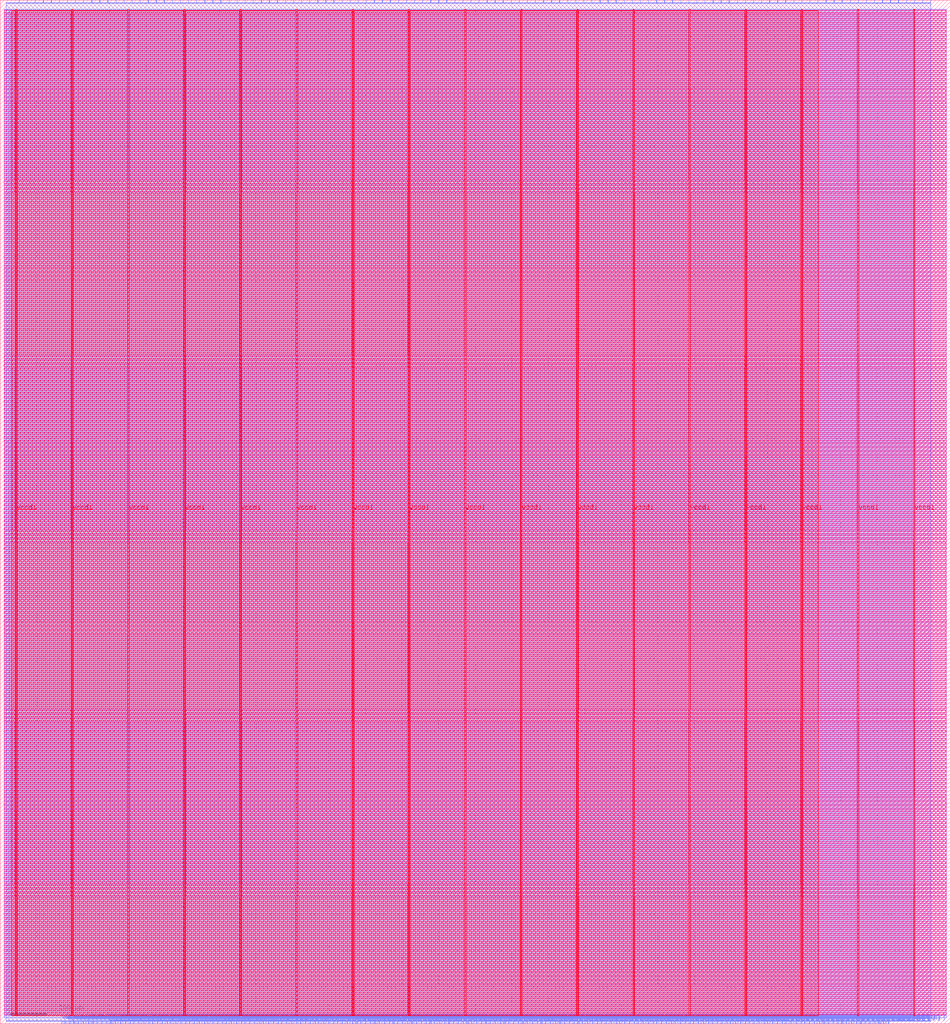
<source format=lef>
VERSION 5.7 ;
  NOWIREEXTENSIONATPIN ON ;
  DIVIDERCHAR "/" ;
  BUSBITCHARS "[]" ;
MACRO wb_pio
  CLASS BLOCK ;
  FOREIGN wb_pio ;
  ORIGIN 0.000 0.000 ;
  SIZE 1300.000 BY 1400.000 ;
  PIN io_in[0]
    DIRECTION INPUT ;
    USE SIGNAL ;
    PORT
      LAYER met2 ;
        RECT 25.850 1396.000 26.130 1400.000 ;
    END
  END io_in[0]
  PIN io_in[10]
    DIRECTION INPUT ;
    USE SIGNAL ;
    PORT
      LAYER met2 ;
        RECT 357.050 1396.000 357.330 1400.000 ;
    END
  END io_in[10]
  PIN io_in[11]
    DIRECTION INPUT ;
    USE SIGNAL ;
    PORT
      LAYER met2 ;
        RECT 390.170 1396.000 390.450 1400.000 ;
    END
  END io_in[11]
  PIN io_in[12]
    DIRECTION INPUT ;
    USE SIGNAL ;
    PORT
      LAYER met2 ;
        RECT 423.290 1396.000 423.570 1400.000 ;
    END
  END io_in[12]
  PIN io_in[13]
    DIRECTION INPUT ;
    USE SIGNAL ;
    PORT
      LAYER met2 ;
        RECT 456.410 1396.000 456.690 1400.000 ;
    END
  END io_in[13]
  PIN io_in[14]
    DIRECTION INPUT ;
    USE SIGNAL ;
    PORT
      LAYER met2 ;
        RECT 489.530 1396.000 489.810 1400.000 ;
    END
  END io_in[14]
  PIN io_in[15]
    DIRECTION INPUT ;
    USE SIGNAL ;
    PORT
      LAYER met2 ;
        RECT 522.650 1396.000 522.930 1400.000 ;
    END
  END io_in[15]
  PIN io_in[16]
    DIRECTION INPUT ;
    USE SIGNAL ;
    PORT
      LAYER met2 ;
        RECT 555.770 1396.000 556.050 1400.000 ;
    END
  END io_in[16]
  PIN io_in[17]
    DIRECTION INPUT ;
    USE SIGNAL ;
    PORT
      LAYER met2 ;
        RECT 588.890 1396.000 589.170 1400.000 ;
    END
  END io_in[17]
  PIN io_in[18]
    DIRECTION INPUT ;
    USE SIGNAL ;
    PORT
      LAYER met2 ;
        RECT 622.010 1396.000 622.290 1400.000 ;
    END
  END io_in[18]
  PIN io_in[19]
    DIRECTION INPUT ;
    USE SIGNAL ;
    PORT
      LAYER met2 ;
        RECT 655.130 1396.000 655.410 1400.000 ;
    END
  END io_in[19]
  PIN io_in[1]
    DIRECTION INPUT ;
    USE SIGNAL ;
    PORT
      LAYER met2 ;
        RECT 58.970 1396.000 59.250 1400.000 ;
    END
  END io_in[1]
  PIN io_in[20]
    DIRECTION INPUT ;
    USE SIGNAL ;
    PORT
      LAYER met2 ;
        RECT 688.250 1396.000 688.530 1400.000 ;
    END
  END io_in[20]
  PIN io_in[21]
    DIRECTION INPUT ;
    USE SIGNAL ;
    PORT
      LAYER met2 ;
        RECT 721.370 1396.000 721.650 1400.000 ;
    END
  END io_in[21]
  PIN io_in[22]
    DIRECTION INPUT ;
    USE SIGNAL ;
    PORT
      LAYER met2 ;
        RECT 754.490 1396.000 754.770 1400.000 ;
    END
  END io_in[22]
  PIN io_in[23]
    DIRECTION INPUT ;
    USE SIGNAL ;
    PORT
      LAYER met2 ;
        RECT 787.610 1396.000 787.890 1400.000 ;
    END
  END io_in[23]
  PIN io_in[24]
    DIRECTION INPUT ;
    USE SIGNAL ;
    PORT
      LAYER met2 ;
        RECT 820.730 1396.000 821.010 1400.000 ;
    END
  END io_in[24]
  PIN io_in[25]
    DIRECTION INPUT ;
    USE SIGNAL ;
    PORT
      LAYER met2 ;
        RECT 853.850 1396.000 854.130 1400.000 ;
    END
  END io_in[25]
  PIN io_in[26]
    DIRECTION INPUT ;
    USE SIGNAL ;
    PORT
      LAYER met2 ;
        RECT 886.970 1396.000 887.250 1400.000 ;
    END
  END io_in[26]
  PIN io_in[27]
    DIRECTION INPUT ;
    USE SIGNAL ;
    PORT
      LAYER met2 ;
        RECT 920.090 1396.000 920.370 1400.000 ;
    END
  END io_in[27]
  PIN io_in[28]
    DIRECTION INPUT ;
    USE SIGNAL ;
    PORT
      LAYER met2 ;
        RECT 953.210 1396.000 953.490 1400.000 ;
    END
  END io_in[28]
  PIN io_in[29]
    DIRECTION INPUT ;
    USE SIGNAL ;
    PORT
      LAYER met2 ;
        RECT 986.330 1396.000 986.610 1400.000 ;
    END
  END io_in[29]
  PIN io_in[2]
    DIRECTION INPUT ;
    USE SIGNAL ;
    PORT
      LAYER met2 ;
        RECT 92.090 1396.000 92.370 1400.000 ;
    END
  END io_in[2]
  PIN io_in[30]
    DIRECTION INPUT ;
    USE SIGNAL ;
    PORT
      LAYER met2 ;
        RECT 1019.450 1396.000 1019.730 1400.000 ;
    END
  END io_in[30]
  PIN io_in[31]
    DIRECTION INPUT ;
    USE SIGNAL ;
    PORT
      LAYER met2 ;
        RECT 1052.570 1396.000 1052.850 1400.000 ;
    END
  END io_in[31]
  PIN io_in[32]
    DIRECTION INPUT ;
    USE SIGNAL ;
    PORT
      LAYER met2 ;
        RECT 1085.690 1396.000 1085.970 1400.000 ;
    END
  END io_in[32]
  PIN io_in[33]
    DIRECTION INPUT ;
    USE SIGNAL ;
    PORT
      LAYER met2 ;
        RECT 1118.810 1396.000 1119.090 1400.000 ;
    END
  END io_in[33]
  PIN io_in[34]
    DIRECTION INPUT ;
    USE SIGNAL ;
    PORT
      LAYER met2 ;
        RECT 1151.930 1396.000 1152.210 1400.000 ;
    END
  END io_in[34]
  PIN io_in[35]
    DIRECTION INPUT ;
    USE SIGNAL ;
    PORT
      LAYER met2 ;
        RECT 1185.050 1396.000 1185.330 1400.000 ;
    END
  END io_in[35]
  PIN io_in[36]
    DIRECTION INPUT ;
    USE SIGNAL ;
    PORT
      LAYER met2 ;
        RECT 1218.170 1396.000 1218.450 1400.000 ;
    END
  END io_in[36]
  PIN io_in[37]
    DIRECTION INPUT ;
    USE SIGNAL ;
    PORT
      LAYER met2 ;
        RECT 1251.290 1396.000 1251.570 1400.000 ;
    END
  END io_in[37]
  PIN io_in[3]
    DIRECTION INPUT ;
    USE SIGNAL ;
    PORT
      LAYER met2 ;
        RECT 125.210 1396.000 125.490 1400.000 ;
    END
  END io_in[3]
  PIN io_in[4]
    DIRECTION INPUT ;
    USE SIGNAL ;
    PORT
      LAYER met2 ;
        RECT 158.330 1396.000 158.610 1400.000 ;
    END
  END io_in[4]
  PIN io_in[5]
    DIRECTION INPUT ;
    USE SIGNAL ;
    PORT
      LAYER met2 ;
        RECT 191.450 1396.000 191.730 1400.000 ;
    END
  END io_in[5]
  PIN io_in[6]
    DIRECTION INPUT ;
    USE SIGNAL ;
    PORT
      LAYER met2 ;
        RECT 224.570 1396.000 224.850 1400.000 ;
    END
  END io_in[6]
  PIN io_in[7]
    DIRECTION INPUT ;
    USE SIGNAL ;
    PORT
      LAYER met2 ;
        RECT 257.690 1396.000 257.970 1400.000 ;
    END
  END io_in[7]
  PIN io_in[8]
    DIRECTION INPUT ;
    USE SIGNAL ;
    PORT
      LAYER met2 ;
        RECT 290.810 1396.000 291.090 1400.000 ;
    END
  END io_in[8]
  PIN io_in[9]
    DIRECTION INPUT ;
    USE SIGNAL ;
    PORT
      LAYER met2 ;
        RECT 323.930 1396.000 324.210 1400.000 ;
    END
  END io_in[9]
  PIN io_oeb[0]
    DIRECTION OUTPUT TRISTATE ;
    USE SIGNAL ;
    PORT
      LAYER met2 ;
        RECT 36.890 1396.000 37.170 1400.000 ;
    END
  END io_oeb[0]
  PIN io_oeb[10]
    DIRECTION OUTPUT TRISTATE ;
    USE SIGNAL ;
    PORT
      LAYER met2 ;
        RECT 368.090 1396.000 368.370 1400.000 ;
    END
  END io_oeb[10]
  PIN io_oeb[11]
    DIRECTION OUTPUT TRISTATE ;
    USE SIGNAL ;
    PORT
      LAYER met2 ;
        RECT 401.210 1396.000 401.490 1400.000 ;
    END
  END io_oeb[11]
  PIN io_oeb[12]
    DIRECTION OUTPUT TRISTATE ;
    USE SIGNAL ;
    PORT
      LAYER met2 ;
        RECT 434.330 1396.000 434.610 1400.000 ;
    END
  END io_oeb[12]
  PIN io_oeb[13]
    DIRECTION OUTPUT TRISTATE ;
    USE SIGNAL ;
    PORT
      LAYER met2 ;
        RECT 467.450 1396.000 467.730 1400.000 ;
    END
  END io_oeb[13]
  PIN io_oeb[14]
    DIRECTION OUTPUT TRISTATE ;
    USE SIGNAL ;
    PORT
      LAYER met2 ;
        RECT 500.570 1396.000 500.850 1400.000 ;
    END
  END io_oeb[14]
  PIN io_oeb[15]
    DIRECTION OUTPUT TRISTATE ;
    USE SIGNAL ;
    PORT
      LAYER met2 ;
        RECT 533.690 1396.000 533.970 1400.000 ;
    END
  END io_oeb[15]
  PIN io_oeb[16]
    DIRECTION OUTPUT TRISTATE ;
    USE SIGNAL ;
    PORT
      LAYER met2 ;
        RECT 566.810 1396.000 567.090 1400.000 ;
    END
  END io_oeb[16]
  PIN io_oeb[17]
    DIRECTION OUTPUT TRISTATE ;
    USE SIGNAL ;
    PORT
      LAYER met2 ;
        RECT 599.930 1396.000 600.210 1400.000 ;
    END
  END io_oeb[17]
  PIN io_oeb[18]
    DIRECTION OUTPUT TRISTATE ;
    USE SIGNAL ;
    PORT
      LAYER met2 ;
        RECT 633.050 1396.000 633.330 1400.000 ;
    END
  END io_oeb[18]
  PIN io_oeb[19]
    DIRECTION OUTPUT TRISTATE ;
    USE SIGNAL ;
    PORT
      LAYER met2 ;
        RECT 666.170 1396.000 666.450 1400.000 ;
    END
  END io_oeb[19]
  PIN io_oeb[1]
    DIRECTION OUTPUT TRISTATE ;
    USE SIGNAL ;
    PORT
      LAYER met2 ;
        RECT 70.010 1396.000 70.290 1400.000 ;
    END
  END io_oeb[1]
  PIN io_oeb[20]
    DIRECTION OUTPUT TRISTATE ;
    USE SIGNAL ;
    PORT
      LAYER met2 ;
        RECT 699.290 1396.000 699.570 1400.000 ;
    END
  END io_oeb[20]
  PIN io_oeb[21]
    DIRECTION OUTPUT TRISTATE ;
    USE SIGNAL ;
    PORT
      LAYER met2 ;
        RECT 732.410 1396.000 732.690 1400.000 ;
    END
  END io_oeb[21]
  PIN io_oeb[22]
    DIRECTION OUTPUT TRISTATE ;
    USE SIGNAL ;
    PORT
      LAYER met2 ;
        RECT 765.530 1396.000 765.810 1400.000 ;
    END
  END io_oeb[22]
  PIN io_oeb[23]
    DIRECTION OUTPUT TRISTATE ;
    USE SIGNAL ;
    PORT
      LAYER met2 ;
        RECT 798.650 1396.000 798.930 1400.000 ;
    END
  END io_oeb[23]
  PIN io_oeb[24]
    DIRECTION OUTPUT TRISTATE ;
    USE SIGNAL ;
    PORT
      LAYER met2 ;
        RECT 831.770 1396.000 832.050 1400.000 ;
    END
  END io_oeb[24]
  PIN io_oeb[25]
    DIRECTION OUTPUT TRISTATE ;
    USE SIGNAL ;
    PORT
      LAYER met2 ;
        RECT 864.890 1396.000 865.170 1400.000 ;
    END
  END io_oeb[25]
  PIN io_oeb[26]
    DIRECTION OUTPUT TRISTATE ;
    USE SIGNAL ;
    PORT
      LAYER met2 ;
        RECT 898.010 1396.000 898.290 1400.000 ;
    END
  END io_oeb[26]
  PIN io_oeb[27]
    DIRECTION OUTPUT TRISTATE ;
    USE SIGNAL ;
    PORT
      LAYER met2 ;
        RECT 931.130 1396.000 931.410 1400.000 ;
    END
  END io_oeb[27]
  PIN io_oeb[28]
    DIRECTION OUTPUT TRISTATE ;
    USE SIGNAL ;
    PORT
      LAYER met2 ;
        RECT 964.250 1396.000 964.530 1400.000 ;
    END
  END io_oeb[28]
  PIN io_oeb[29]
    DIRECTION OUTPUT TRISTATE ;
    USE SIGNAL ;
    PORT
      LAYER met2 ;
        RECT 997.370 1396.000 997.650 1400.000 ;
    END
  END io_oeb[29]
  PIN io_oeb[2]
    DIRECTION OUTPUT TRISTATE ;
    USE SIGNAL ;
    PORT
      LAYER met2 ;
        RECT 103.130 1396.000 103.410 1400.000 ;
    END
  END io_oeb[2]
  PIN io_oeb[30]
    DIRECTION OUTPUT TRISTATE ;
    USE SIGNAL ;
    PORT
      LAYER met2 ;
        RECT 1030.490 1396.000 1030.770 1400.000 ;
    END
  END io_oeb[30]
  PIN io_oeb[31]
    DIRECTION OUTPUT TRISTATE ;
    USE SIGNAL ;
    PORT
      LAYER met2 ;
        RECT 1063.610 1396.000 1063.890 1400.000 ;
    END
  END io_oeb[31]
  PIN io_oeb[32]
    DIRECTION OUTPUT TRISTATE ;
    USE SIGNAL ;
    PORT
      LAYER met2 ;
        RECT 1096.730 1396.000 1097.010 1400.000 ;
    END
  END io_oeb[32]
  PIN io_oeb[33]
    DIRECTION OUTPUT TRISTATE ;
    USE SIGNAL ;
    PORT
      LAYER met2 ;
        RECT 1129.850 1396.000 1130.130 1400.000 ;
    END
  END io_oeb[33]
  PIN io_oeb[34]
    DIRECTION OUTPUT TRISTATE ;
    USE SIGNAL ;
    PORT
      LAYER met2 ;
        RECT 1162.970 1396.000 1163.250 1400.000 ;
    END
  END io_oeb[34]
  PIN io_oeb[35]
    DIRECTION OUTPUT TRISTATE ;
    USE SIGNAL ;
    PORT
      LAYER met2 ;
        RECT 1196.090 1396.000 1196.370 1400.000 ;
    END
  END io_oeb[35]
  PIN io_oeb[36]
    DIRECTION OUTPUT TRISTATE ;
    USE SIGNAL ;
    PORT
      LAYER met2 ;
        RECT 1229.210 1396.000 1229.490 1400.000 ;
    END
  END io_oeb[36]
  PIN io_oeb[37]
    DIRECTION OUTPUT TRISTATE ;
    USE SIGNAL ;
    PORT
      LAYER met2 ;
        RECT 1262.330 1396.000 1262.610 1400.000 ;
    END
  END io_oeb[37]
  PIN io_oeb[3]
    DIRECTION OUTPUT TRISTATE ;
    USE SIGNAL ;
    PORT
      LAYER met2 ;
        RECT 136.250 1396.000 136.530 1400.000 ;
    END
  END io_oeb[3]
  PIN io_oeb[4]
    DIRECTION OUTPUT TRISTATE ;
    USE SIGNAL ;
    PORT
      LAYER met2 ;
        RECT 169.370 1396.000 169.650 1400.000 ;
    END
  END io_oeb[4]
  PIN io_oeb[5]
    DIRECTION OUTPUT TRISTATE ;
    USE SIGNAL ;
    PORT
      LAYER met2 ;
        RECT 202.490 1396.000 202.770 1400.000 ;
    END
  END io_oeb[5]
  PIN io_oeb[6]
    DIRECTION OUTPUT TRISTATE ;
    USE SIGNAL ;
    PORT
      LAYER met2 ;
        RECT 235.610 1396.000 235.890 1400.000 ;
    END
  END io_oeb[6]
  PIN io_oeb[7]
    DIRECTION OUTPUT TRISTATE ;
    USE SIGNAL ;
    PORT
      LAYER met2 ;
        RECT 268.730 1396.000 269.010 1400.000 ;
    END
  END io_oeb[7]
  PIN io_oeb[8]
    DIRECTION OUTPUT TRISTATE ;
    USE SIGNAL ;
    PORT
      LAYER met2 ;
        RECT 301.850 1396.000 302.130 1400.000 ;
    END
  END io_oeb[8]
  PIN io_oeb[9]
    DIRECTION OUTPUT TRISTATE ;
    USE SIGNAL ;
    PORT
      LAYER met2 ;
        RECT 334.970 1396.000 335.250 1400.000 ;
    END
  END io_oeb[9]
  PIN io_out[0]
    DIRECTION OUTPUT TRISTATE ;
    USE SIGNAL ;
    PORT
      LAYER met2 ;
        RECT 47.930 1396.000 48.210 1400.000 ;
    END
  END io_out[0]
  PIN io_out[10]
    DIRECTION OUTPUT TRISTATE ;
    USE SIGNAL ;
    PORT
      LAYER met2 ;
        RECT 379.130 1396.000 379.410 1400.000 ;
    END
  END io_out[10]
  PIN io_out[11]
    DIRECTION OUTPUT TRISTATE ;
    USE SIGNAL ;
    PORT
      LAYER met2 ;
        RECT 412.250 1396.000 412.530 1400.000 ;
    END
  END io_out[11]
  PIN io_out[12]
    DIRECTION OUTPUT TRISTATE ;
    USE SIGNAL ;
    PORT
      LAYER met2 ;
        RECT 445.370 1396.000 445.650 1400.000 ;
    END
  END io_out[12]
  PIN io_out[13]
    DIRECTION OUTPUT TRISTATE ;
    USE SIGNAL ;
    PORT
      LAYER met2 ;
        RECT 478.490 1396.000 478.770 1400.000 ;
    END
  END io_out[13]
  PIN io_out[14]
    DIRECTION OUTPUT TRISTATE ;
    USE SIGNAL ;
    PORT
      LAYER met2 ;
        RECT 511.610 1396.000 511.890 1400.000 ;
    END
  END io_out[14]
  PIN io_out[15]
    DIRECTION OUTPUT TRISTATE ;
    USE SIGNAL ;
    PORT
      LAYER met2 ;
        RECT 544.730 1396.000 545.010 1400.000 ;
    END
  END io_out[15]
  PIN io_out[16]
    DIRECTION OUTPUT TRISTATE ;
    USE SIGNAL ;
    PORT
      LAYER met2 ;
        RECT 577.850 1396.000 578.130 1400.000 ;
    END
  END io_out[16]
  PIN io_out[17]
    DIRECTION OUTPUT TRISTATE ;
    USE SIGNAL ;
    PORT
      LAYER met2 ;
        RECT 610.970 1396.000 611.250 1400.000 ;
    END
  END io_out[17]
  PIN io_out[18]
    DIRECTION OUTPUT TRISTATE ;
    USE SIGNAL ;
    PORT
      LAYER met2 ;
        RECT 644.090 1396.000 644.370 1400.000 ;
    END
  END io_out[18]
  PIN io_out[19]
    DIRECTION OUTPUT TRISTATE ;
    USE SIGNAL ;
    PORT
      LAYER met2 ;
        RECT 677.210 1396.000 677.490 1400.000 ;
    END
  END io_out[19]
  PIN io_out[1]
    DIRECTION OUTPUT TRISTATE ;
    USE SIGNAL ;
    PORT
      LAYER met2 ;
        RECT 81.050 1396.000 81.330 1400.000 ;
    END
  END io_out[1]
  PIN io_out[20]
    DIRECTION OUTPUT TRISTATE ;
    USE SIGNAL ;
    PORT
      LAYER met2 ;
        RECT 710.330 1396.000 710.610 1400.000 ;
    END
  END io_out[20]
  PIN io_out[21]
    DIRECTION OUTPUT TRISTATE ;
    USE SIGNAL ;
    PORT
      LAYER met2 ;
        RECT 743.450 1396.000 743.730 1400.000 ;
    END
  END io_out[21]
  PIN io_out[22]
    DIRECTION OUTPUT TRISTATE ;
    USE SIGNAL ;
    PORT
      LAYER met2 ;
        RECT 776.570 1396.000 776.850 1400.000 ;
    END
  END io_out[22]
  PIN io_out[23]
    DIRECTION OUTPUT TRISTATE ;
    USE SIGNAL ;
    PORT
      LAYER met2 ;
        RECT 809.690 1396.000 809.970 1400.000 ;
    END
  END io_out[23]
  PIN io_out[24]
    DIRECTION OUTPUT TRISTATE ;
    USE SIGNAL ;
    PORT
      LAYER met2 ;
        RECT 842.810 1396.000 843.090 1400.000 ;
    END
  END io_out[24]
  PIN io_out[25]
    DIRECTION OUTPUT TRISTATE ;
    USE SIGNAL ;
    PORT
      LAYER met2 ;
        RECT 875.930 1396.000 876.210 1400.000 ;
    END
  END io_out[25]
  PIN io_out[26]
    DIRECTION OUTPUT TRISTATE ;
    USE SIGNAL ;
    PORT
      LAYER met2 ;
        RECT 909.050 1396.000 909.330 1400.000 ;
    END
  END io_out[26]
  PIN io_out[27]
    DIRECTION OUTPUT TRISTATE ;
    USE SIGNAL ;
    PORT
      LAYER met2 ;
        RECT 942.170 1396.000 942.450 1400.000 ;
    END
  END io_out[27]
  PIN io_out[28]
    DIRECTION OUTPUT TRISTATE ;
    USE SIGNAL ;
    PORT
      LAYER met2 ;
        RECT 975.290 1396.000 975.570 1400.000 ;
    END
  END io_out[28]
  PIN io_out[29]
    DIRECTION OUTPUT TRISTATE ;
    USE SIGNAL ;
    PORT
      LAYER met2 ;
        RECT 1008.410 1396.000 1008.690 1400.000 ;
    END
  END io_out[29]
  PIN io_out[2]
    DIRECTION OUTPUT TRISTATE ;
    USE SIGNAL ;
    PORT
      LAYER met2 ;
        RECT 114.170 1396.000 114.450 1400.000 ;
    END
  END io_out[2]
  PIN io_out[30]
    DIRECTION OUTPUT TRISTATE ;
    USE SIGNAL ;
    PORT
      LAYER met2 ;
        RECT 1041.530 1396.000 1041.810 1400.000 ;
    END
  END io_out[30]
  PIN io_out[31]
    DIRECTION OUTPUT TRISTATE ;
    USE SIGNAL ;
    PORT
      LAYER met2 ;
        RECT 1074.650 1396.000 1074.930 1400.000 ;
    END
  END io_out[31]
  PIN io_out[32]
    DIRECTION OUTPUT TRISTATE ;
    USE SIGNAL ;
    PORT
      LAYER met2 ;
        RECT 1107.770 1396.000 1108.050 1400.000 ;
    END
  END io_out[32]
  PIN io_out[33]
    DIRECTION OUTPUT TRISTATE ;
    USE SIGNAL ;
    PORT
      LAYER met2 ;
        RECT 1140.890 1396.000 1141.170 1400.000 ;
    END
  END io_out[33]
  PIN io_out[34]
    DIRECTION OUTPUT TRISTATE ;
    USE SIGNAL ;
    PORT
      LAYER met2 ;
        RECT 1174.010 1396.000 1174.290 1400.000 ;
    END
  END io_out[34]
  PIN io_out[35]
    DIRECTION OUTPUT TRISTATE ;
    USE SIGNAL ;
    PORT
      LAYER met2 ;
        RECT 1207.130 1396.000 1207.410 1400.000 ;
    END
  END io_out[35]
  PIN io_out[36]
    DIRECTION OUTPUT TRISTATE ;
    USE SIGNAL ;
    PORT
      LAYER met2 ;
        RECT 1240.250 1396.000 1240.530 1400.000 ;
    END
  END io_out[36]
  PIN io_out[37]
    DIRECTION OUTPUT TRISTATE ;
    USE SIGNAL ;
    PORT
      LAYER met2 ;
        RECT 1273.370 1396.000 1273.650 1400.000 ;
    END
  END io_out[37]
  PIN io_out[3]
    DIRECTION OUTPUT TRISTATE ;
    USE SIGNAL ;
    PORT
      LAYER met2 ;
        RECT 147.290 1396.000 147.570 1400.000 ;
    END
  END io_out[3]
  PIN io_out[4]
    DIRECTION OUTPUT TRISTATE ;
    USE SIGNAL ;
    PORT
      LAYER met2 ;
        RECT 180.410 1396.000 180.690 1400.000 ;
    END
  END io_out[4]
  PIN io_out[5]
    DIRECTION OUTPUT TRISTATE ;
    USE SIGNAL ;
    PORT
      LAYER met2 ;
        RECT 213.530 1396.000 213.810 1400.000 ;
    END
  END io_out[5]
  PIN io_out[6]
    DIRECTION OUTPUT TRISTATE ;
    USE SIGNAL ;
    PORT
      LAYER met2 ;
        RECT 246.650 1396.000 246.930 1400.000 ;
    END
  END io_out[6]
  PIN io_out[7]
    DIRECTION OUTPUT TRISTATE ;
    USE SIGNAL ;
    PORT
      LAYER met2 ;
        RECT 279.770 1396.000 280.050 1400.000 ;
    END
  END io_out[7]
  PIN io_out[8]
    DIRECTION OUTPUT TRISTATE ;
    USE SIGNAL ;
    PORT
      LAYER met2 ;
        RECT 312.890 1396.000 313.170 1400.000 ;
    END
  END io_out[8]
  PIN io_out[9]
    DIRECTION OUTPUT TRISTATE ;
    USE SIGNAL ;
    PORT
      LAYER met2 ;
        RECT 346.010 1396.000 346.290 1400.000 ;
    END
  END io_out[9]
  PIN irq[0]
    DIRECTION OUTPUT TRISTATE ;
    USE SIGNAL ;
    PORT
      LAYER met2 ;
        RECT 1210.810 0.000 1211.090 4.000 ;
    END
  END irq[0]
  PIN irq[1]
    DIRECTION OUTPUT TRISTATE ;
    USE SIGNAL ;
    PORT
      LAYER met2 ;
        RECT 1213.110 0.000 1213.390 4.000 ;
    END
  END irq[1]
  PIN irq[2]
    DIRECTION OUTPUT TRISTATE ;
    USE SIGNAL ;
    PORT
      LAYER met2 ;
        RECT 1215.410 0.000 1215.690 4.000 ;
    END
  END irq[2]
  PIN la_data_in[0]
    DIRECTION INPUT ;
    USE SIGNAL ;
    PORT
      LAYER met2 ;
        RECT 327.610 0.000 327.890 4.000 ;
    END
  END la_data_in[0]
  PIN la_data_in[100]
    DIRECTION INPUT ;
    USE SIGNAL ;
    PORT
      LAYER met2 ;
        RECT 1017.610 0.000 1017.890 4.000 ;
    END
  END la_data_in[100]
  PIN la_data_in[101]
    DIRECTION INPUT ;
    USE SIGNAL ;
    PORT
      LAYER met2 ;
        RECT 1024.510 0.000 1024.790 4.000 ;
    END
  END la_data_in[101]
  PIN la_data_in[102]
    DIRECTION INPUT ;
    USE SIGNAL ;
    PORT
      LAYER met2 ;
        RECT 1031.410 0.000 1031.690 4.000 ;
    END
  END la_data_in[102]
  PIN la_data_in[103]
    DIRECTION INPUT ;
    USE SIGNAL ;
    PORT
      LAYER met2 ;
        RECT 1038.310 0.000 1038.590 4.000 ;
    END
  END la_data_in[103]
  PIN la_data_in[104]
    DIRECTION INPUT ;
    USE SIGNAL ;
    PORT
      LAYER met2 ;
        RECT 1045.210 0.000 1045.490 4.000 ;
    END
  END la_data_in[104]
  PIN la_data_in[105]
    DIRECTION INPUT ;
    USE SIGNAL ;
    PORT
      LAYER met2 ;
        RECT 1052.110 0.000 1052.390 4.000 ;
    END
  END la_data_in[105]
  PIN la_data_in[106]
    DIRECTION INPUT ;
    USE SIGNAL ;
    PORT
      LAYER met2 ;
        RECT 1059.010 0.000 1059.290 4.000 ;
    END
  END la_data_in[106]
  PIN la_data_in[107]
    DIRECTION INPUT ;
    USE SIGNAL ;
    PORT
      LAYER met2 ;
        RECT 1065.910 0.000 1066.190 4.000 ;
    END
  END la_data_in[107]
  PIN la_data_in[108]
    DIRECTION INPUT ;
    USE SIGNAL ;
    PORT
      LAYER met2 ;
        RECT 1072.810 0.000 1073.090 4.000 ;
    END
  END la_data_in[108]
  PIN la_data_in[109]
    DIRECTION INPUT ;
    USE SIGNAL ;
    PORT
      LAYER met2 ;
        RECT 1079.710 0.000 1079.990 4.000 ;
    END
  END la_data_in[109]
  PIN la_data_in[10]
    DIRECTION INPUT ;
    USE SIGNAL ;
    PORT
      LAYER met2 ;
        RECT 396.610 0.000 396.890 4.000 ;
    END
  END la_data_in[10]
  PIN la_data_in[110]
    DIRECTION INPUT ;
    USE SIGNAL ;
    PORT
      LAYER met2 ;
        RECT 1086.610 0.000 1086.890 4.000 ;
    END
  END la_data_in[110]
  PIN la_data_in[111]
    DIRECTION INPUT ;
    USE SIGNAL ;
    PORT
      LAYER met2 ;
        RECT 1093.510 0.000 1093.790 4.000 ;
    END
  END la_data_in[111]
  PIN la_data_in[112]
    DIRECTION INPUT ;
    USE SIGNAL ;
    PORT
      LAYER met2 ;
        RECT 1100.410 0.000 1100.690 4.000 ;
    END
  END la_data_in[112]
  PIN la_data_in[113]
    DIRECTION INPUT ;
    USE SIGNAL ;
    PORT
      LAYER met2 ;
        RECT 1107.310 0.000 1107.590 4.000 ;
    END
  END la_data_in[113]
  PIN la_data_in[114]
    DIRECTION INPUT ;
    USE SIGNAL ;
    PORT
      LAYER met2 ;
        RECT 1114.210 0.000 1114.490 4.000 ;
    END
  END la_data_in[114]
  PIN la_data_in[115]
    DIRECTION INPUT ;
    USE SIGNAL ;
    PORT
      LAYER met2 ;
        RECT 1121.110 0.000 1121.390 4.000 ;
    END
  END la_data_in[115]
  PIN la_data_in[116]
    DIRECTION INPUT ;
    USE SIGNAL ;
    PORT
      LAYER met2 ;
        RECT 1128.010 0.000 1128.290 4.000 ;
    END
  END la_data_in[116]
  PIN la_data_in[117]
    DIRECTION INPUT ;
    USE SIGNAL ;
    PORT
      LAYER met2 ;
        RECT 1134.910 0.000 1135.190 4.000 ;
    END
  END la_data_in[117]
  PIN la_data_in[118]
    DIRECTION INPUT ;
    USE SIGNAL ;
    PORT
      LAYER met2 ;
        RECT 1141.810 0.000 1142.090 4.000 ;
    END
  END la_data_in[118]
  PIN la_data_in[119]
    DIRECTION INPUT ;
    USE SIGNAL ;
    PORT
      LAYER met2 ;
        RECT 1148.710 0.000 1148.990 4.000 ;
    END
  END la_data_in[119]
  PIN la_data_in[11]
    DIRECTION INPUT ;
    USE SIGNAL ;
    PORT
      LAYER met2 ;
        RECT 403.510 0.000 403.790 4.000 ;
    END
  END la_data_in[11]
  PIN la_data_in[120]
    DIRECTION INPUT ;
    USE SIGNAL ;
    PORT
      LAYER met2 ;
        RECT 1155.610 0.000 1155.890 4.000 ;
    END
  END la_data_in[120]
  PIN la_data_in[121]
    DIRECTION INPUT ;
    USE SIGNAL ;
    PORT
      LAYER met2 ;
        RECT 1162.510 0.000 1162.790 4.000 ;
    END
  END la_data_in[121]
  PIN la_data_in[122]
    DIRECTION INPUT ;
    USE SIGNAL ;
    PORT
      LAYER met2 ;
        RECT 1169.410 0.000 1169.690 4.000 ;
    END
  END la_data_in[122]
  PIN la_data_in[123]
    DIRECTION INPUT ;
    USE SIGNAL ;
    PORT
      LAYER met2 ;
        RECT 1176.310 0.000 1176.590 4.000 ;
    END
  END la_data_in[123]
  PIN la_data_in[124]
    DIRECTION INPUT ;
    USE SIGNAL ;
    PORT
      LAYER met2 ;
        RECT 1183.210 0.000 1183.490 4.000 ;
    END
  END la_data_in[124]
  PIN la_data_in[125]
    DIRECTION INPUT ;
    USE SIGNAL ;
    PORT
      LAYER met2 ;
        RECT 1190.110 0.000 1190.390 4.000 ;
    END
  END la_data_in[125]
  PIN la_data_in[126]
    DIRECTION INPUT ;
    USE SIGNAL ;
    PORT
      LAYER met2 ;
        RECT 1197.010 0.000 1197.290 4.000 ;
    END
  END la_data_in[126]
  PIN la_data_in[127]
    DIRECTION INPUT ;
    USE SIGNAL ;
    PORT
      LAYER met2 ;
        RECT 1203.910 0.000 1204.190 4.000 ;
    END
  END la_data_in[127]
  PIN la_data_in[12]
    DIRECTION INPUT ;
    USE SIGNAL ;
    PORT
      LAYER met2 ;
        RECT 410.410 0.000 410.690 4.000 ;
    END
  END la_data_in[12]
  PIN la_data_in[13]
    DIRECTION INPUT ;
    USE SIGNAL ;
    PORT
      LAYER met2 ;
        RECT 417.310 0.000 417.590 4.000 ;
    END
  END la_data_in[13]
  PIN la_data_in[14]
    DIRECTION INPUT ;
    USE SIGNAL ;
    PORT
      LAYER met2 ;
        RECT 424.210 0.000 424.490 4.000 ;
    END
  END la_data_in[14]
  PIN la_data_in[15]
    DIRECTION INPUT ;
    USE SIGNAL ;
    PORT
      LAYER met2 ;
        RECT 431.110 0.000 431.390 4.000 ;
    END
  END la_data_in[15]
  PIN la_data_in[16]
    DIRECTION INPUT ;
    USE SIGNAL ;
    PORT
      LAYER met2 ;
        RECT 438.010 0.000 438.290 4.000 ;
    END
  END la_data_in[16]
  PIN la_data_in[17]
    DIRECTION INPUT ;
    USE SIGNAL ;
    PORT
      LAYER met2 ;
        RECT 444.910 0.000 445.190 4.000 ;
    END
  END la_data_in[17]
  PIN la_data_in[18]
    DIRECTION INPUT ;
    USE SIGNAL ;
    PORT
      LAYER met2 ;
        RECT 451.810 0.000 452.090 4.000 ;
    END
  END la_data_in[18]
  PIN la_data_in[19]
    DIRECTION INPUT ;
    USE SIGNAL ;
    PORT
      LAYER met2 ;
        RECT 458.710 0.000 458.990 4.000 ;
    END
  END la_data_in[19]
  PIN la_data_in[1]
    DIRECTION INPUT ;
    USE SIGNAL ;
    PORT
      LAYER met2 ;
        RECT 334.510 0.000 334.790 4.000 ;
    END
  END la_data_in[1]
  PIN la_data_in[20]
    DIRECTION INPUT ;
    USE SIGNAL ;
    PORT
      LAYER met2 ;
        RECT 465.610 0.000 465.890 4.000 ;
    END
  END la_data_in[20]
  PIN la_data_in[21]
    DIRECTION INPUT ;
    USE SIGNAL ;
    PORT
      LAYER met2 ;
        RECT 472.510 0.000 472.790 4.000 ;
    END
  END la_data_in[21]
  PIN la_data_in[22]
    DIRECTION INPUT ;
    USE SIGNAL ;
    PORT
      LAYER met2 ;
        RECT 479.410 0.000 479.690 4.000 ;
    END
  END la_data_in[22]
  PIN la_data_in[23]
    DIRECTION INPUT ;
    USE SIGNAL ;
    PORT
      LAYER met2 ;
        RECT 486.310 0.000 486.590 4.000 ;
    END
  END la_data_in[23]
  PIN la_data_in[24]
    DIRECTION INPUT ;
    USE SIGNAL ;
    PORT
      LAYER met2 ;
        RECT 493.210 0.000 493.490 4.000 ;
    END
  END la_data_in[24]
  PIN la_data_in[25]
    DIRECTION INPUT ;
    USE SIGNAL ;
    PORT
      LAYER met2 ;
        RECT 500.110 0.000 500.390 4.000 ;
    END
  END la_data_in[25]
  PIN la_data_in[26]
    DIRECTION INPUT ;
    USE SIGNAL ;
    PORT
      LAYER met2 ;
        RECT 507.010 0.000 507.290 4.000 ;
    END
  END la_data_in[26]
  PIN la_data_in[27]
    DIRECTION INPUT ;
    USE SIGNAL ;
    PORT
      LAYER met2 ;
        RECT 513.910 0.000 514.190 4.000 ;
    END
  END la_data_in[27]
  PIN la_data_in[28]
    DIRECTION INPUT ;
    USE SIGNAL ;
    PORT
      LAYER met2 ;
        RECT 520.810 0.000 521.090 4.000 ;
    END
  END la_data_in[28]
  PIN la_data_in[29]
    DIRECTION INPUT ;
    USE SIGNAL ;
    PORT
      LAYER met2 ;
        RECT 527.710 0.000 527.990 4.000 ;
    END
  END la_data_in[29]
  PIN la_data_in[2]
    DIRECTION INPUT ;
    USE SIGNAL ;
    PORT
      LAYER met2 ;
        RECT 341.410 0.000 341.690 4.000 ;
    END
  END la_data_in[2]
  PIN la_data_in[30]
    DIRECTION INPUT ;
    USE SIGNAL ;
    PORT
      LAYER met2 ;
        RECT 534.610 0.000 534.890 4.000 ;
    END
  END la_data_in[30]
  PIN la_data_in[31]
    DIRECTION INPUT ;
    USE SIGNAL ;
    PORT
      LAYER met2 ;
        RECT 541.510 0.000 541.790 4.000 ;
    END
  END la_data_in[31]
  PIN la_data_in[32]
    DIRECTION INPUT ;
    USE SIGNAL ;
    PORT
      LAYER met2 ;
        RECT 548.410 0.000 548.690 4.000 ;
    END
  END la_data_in[32]
  PIN la_data_in[33]
    DIRECTION INPUT ;
    USE SIGNAL ;
    PORT
      LAYER met2 ;
        RECT 555.310 0.000 555.590 4.000 ;
    END
  END la_data_in[33]
  PIN la_data_in[34]
    DIRECTION INPUT ;
    USE SIGNAL ;
    PORT
      LAYER met2 ;
        RECT 562.210 0.000 562.490 4.000 ;
    END
  END la_data_in[34]
  PIN la_data_in[35]
    DIRECTION INPUT ;
    USE SIGNAL ;
    PORT
      LAYER met2 ;
        RECT 569.110 0.000 569.390 4.000 ;
    END
  END la_data_in[35]
  PIN la_data_in[36]
    DIRECTION INPUT ;
    USE SIGNAL ;
    PORT
      LAYER met2 ;
        RECT 576.010 0.000 576.290 4.000 ;
    END
  END la_data_in[36]
  PIN la_data_in[37]
    DIRECTION INPUT ;
    USE SIGNAL ;
    PORT
      LAYER met2 ;
        RECT 582.910 0.000 583.190 4.000 ;
    END
  END la_data_in[37]
  PIN la_data_in[38]
    DIRECTION INPUT ;
    USE SIGNAL ;
    PORT
      LAYER met2 ;
        RECT 589.810 0.000 590.090 4.000 ;
    END
  END la_data_in[38]
  PIN la_data_in[39]
    DIRECTION INPUT ;
    USE SIGNAL ;
    PORT
      LAYER met2 ;
        RECT 596.710 0.000 596.990 4.000 ;
    END
  END la_data_in[39]
  PIN la_data_in[3]
    DIRECTION INPUT ;
    USE SIGNAL ;
    PORT
      LAYER met2 ;
        RECT 348.310 0.000 348.590 4.000 ;
    END
  END la_data_in[3]
  PIN la_data_in[40]
    DIRECTION INPUT ;
    USE SIGNAL ;
    PORT
      LAYER met2 ;
        RECT 603.610 0.000 603.890 4.000 ;
    END
  END la_data_in[40]
  PIN la_data_in[41]
    DIRECTION INPUT ;
    USE SIGNAL ;
    PORT
      LAYER met2 ;
        RECT 610.510 0.000 610.790 4.000 ;
    END
  END la_data_in[41]
  PIN la_data_in[42]
    DIRECTION INPUT ;
    USE SIGNAL ;
    PORT
      LAYER met2 ;
        RECT 617.410 0.000 617.690 4.000 ;
    END
  END la_data_in[42]
  PIN la_data_in[43]
    DIRECTION INPUT ;
    USE SIGNAL ;
    PORT
      LAYER met2 ;
        RECT 624.310 0.000 624.590 4.000 ;
    END
  END la_data_in[43]
  PIN la_data_in[44]
    DIRECTION INPUT ;
    USE SIGNAL ;
    PORT
      LAYER met2 ;
        RECT 631.210 0.000 631.490 4.000 ;
    END
  END la_data_in[44]
  PIN la_data_in[45]
    DIRECTION INPUT ;
    USE SIGNAL ;
    PORT
      LAYER met2 ;
        RECT 638.110 0.000 638.390 4.000 ;
    END
  END la_data_in[45]
  PIN la_data_in[46]
    DIRECTION INPUT ;
    USE SIGNAL ;
    PORT
      LAYER met2 ;
        RECT 645.010 0.000 645.290 4.000 ;
    END
  END la_data_in[46]
  PIN la_data_in[47]
    DIRECTION INPUT ;
    USE SIGNAL ;
    PORT
      LAYER met2 ;
        RECT 651.910 0.000 652.190 4.000 ;
    END
  END la_data_in[47]
  PIN la_data_in[48]
    DIRECTION INPUT ;
    USE SIGNAL ;
    PORT
      LAYER met2 ;
        RECT 658.810 0.000 659.090 4.000 ;
    END
  END la_data_in[48]
  PIN la_data_in[49]
    DIRECTION INPUT ;
    USE SIGNAL ;
    PORT
      LAYER met2 ;
        RECT 665.710 0.000 665.990 4.000 ;
    END
  END la_data_in[49]
  PIN la_data_in[4]
    DIRECTION INPUT ;
    USE SIGNAL ;
    PORT
      LAYER met2 ;
        RECT 355.210 0.000 355.490 4.000 ;
    END
  END la_data_in[4]
  PIN la_data_in[50]
    DIRECTION INPUT ;
    USE SIGNAL ;
    PORT
      LAYER met2 ;
        RECT 672.610 0.000 672.890 4.000 ;
    END
  END la_data_in[50]
  PIN la_data_in[51]
    DIRECTION INPUT ;
    USE SIGNAL ;
    PORT
      LAYER met2 ;
        RECT 679.510 0.000 679.790 4.000 ;
    END
  END la_data_in[51]
  PIN la_data_in[52]
    DIRECTION INPUT ;
    USE SIGNAL ;
    PORT
      LAYER met2 ;
        RECT 686.410 0.000 686.690 4.000 ;
    END
  END la_data_in[52]
  PIN la_data_in[53]
    DIRECTION INPUT ;
    USE SIGNAL ;
    PORT
      LAYER met2 ;
        RECT 693.310 0.000 693.590 4.000 ;
    END
  END la_data_in[53]
  PIN la_data_in[54]
    DIRECTION INPUT ;
    USE SIGNAL ;
    PORT
      LAYER met2 ;
        RECT 700.210 0.000 700.490 4.000 ;
    END
  END la_data_in[54]
  PIN la_data_in[55]
    DIRECTION INPUT ;
    USE SIGNAL ;
    PORT
      LAYER met2 ;
        RECT 707.110 0.000 707.390 4.000 ;
    END
  END la_data_in[55]
  PIN la_data_in[56]
    DIRECTION INPUT ;
    USE SIGNAL ;
    PORT
      LAYER met2 ;
        RECT 714.010 0.000 714.290 4.000 ;
    END
  END la_data_in[56]
  PIN la_data_in[57]
    DIRECTION INPUT ;
    USE SIGNAL ;
    PORT
      LAYER met2 ;
        RECT 720.910 0.000 721.190 4.000 ;
    END
  END la_data_in[57]
  PIN la_data_in[58]
    DIRECTION INPUT ;
    USE SIGNAL ;
    PORT
      LAYER met2 ;
        RECT 727.810 0.000 728.090 4.000 ;
    END
  END la_data_in[58]
  PIN la_data_in[59]
    DIRECTION INPUT ;
    USE SIGNAL ;
    PORT
      LAYER met2 ;
        RECT 734.710 0.000 734.990 4.000 ;
    END
  END la_data_in[59]
  PIN la_data_in[5]
    DIRECTION INPUT ;
    USE SIGNAL ;
    PORT
      LAYER met2 ;
        RECT 362.110 0.000 362.390 4.000 ;
    END
  END la_data_in[5]
  PIN la_data_in[60]
    DIRECTION INPUT ;
    USE SIGNAL ;
    PORT
      LAYER met2 ;
        RECT 741.610 0.000 741.890 4.000 ;
    END
  END la_data_in[60]
  PIN la_data_in[61]
    DIRECTION INPUT ;
    USE SIGNAL ;
    PORT
      LAYER met2 ;
        RECT 748.510 0.000 748.790 4.000 ;
    END
  END la_data_in[61]
  PIN la_data_in[62]
    DIRECTION INPUT ;
    USE SIGNAL ;
    PORT
      LAYER met2 ;
        RECT 755.410 0.000 755.690 4.000 ;
    END
  END la_data_in[62]
  PIN la_data_in[63]
    DIRECTION INPUT ;
    USE SIGNAL ;
    PORT
      LAYER met2 ;
        RECT 762.310 0.000 762.590 4.000 ;
    END
  END la_data_in[63]
  PIN la_data_in[64]
    DIRECTION INPUT ;
    USE SIGNAL ;
    PORT
      LAYER met2 ;
        RECT 769.210 0.000 769.490 4.000 ;
    END
  END la_data_in[64]
  PIN la_data_in[65]
    DIRECTION INPUT ;
    USE SIGNAL ;
    PORT
      LAYER met2 ;
        RECT 776.110 0.000 776.390 4.000 ;
    END
  END la_data_in[65]
  PIN la_data_in[66]
    DIRECTION INPUT ;
    USE SIGNAL ;
    PORT
      LAYER met2 ;
        RECT 783.010 0.000 783.290 4.000 ;
    END
  END la_data_in[66]
  PIN la_data_in[67]
    DIRECTION INPUT ;
    USE SIGNAL ;
    PORT
      LAYER met2 ;
        RECT 789.910 0.000 790.190 4.000 ;
    END
  END la_data_in[67]
  PIN la_data_in[68]
    DIRECTION INPUT ;
    USE SIGNAL ;
    PORT
      LAYER met2 ;
        RECT 796.810 0.000 797.090 4.000 ;
    END
  END la_data_in[68]
  PIN la_data_in[69]
    DIRECTION INPUT ;
    USE SIGNAL ;
    PORT
      LAYER met2 ;
        RECT 803.710 0.000 803.990 4.000 ;
    END
  END la_data_in[69]
  PIN la_data_in[6]
    DIRECTION INPUT ;
    USE SIGNAL ;
    PORT
      LAYER met2 ;
        RECT 369.010 0.000 369.290 4.000 ;
    END
  END la_data_in[6]
  PIN la_data_in[70]
    DIRECTION INPUT ;
    USE SIGNAL ;
    PORT
      LAYER met2 ;
        RECT 810.610 0.000 810.890 4.000 ;
    END
  END la_data_in[70]
  PIN la_data_in[71]
    DIRECTION INPUT ;
    USE SIGNAL ;
    PORT
      LAYER met2 ;
        RECT 817.510 0.000 817.790 4.000 ;
    END
  END la_data_in[71]
  PIN la_data_in[72]
    DIRECTION INPUT ;
    USE SIGNAL ;
    PORT
      LAYER met2 ;
        RECT 824.410 0.000 824.690 4.000 ;
    END
  END la_data_in[72]
  PIN la_data_in[73]
    DIRECTION INPUT ;
    USE SIGNAL ;
    PORT
      LAYER met2 ;
        RECT 831.310 0.000 831.590 4.000 ;
    END
  END la_data_in[73]
  PIN la_data_in[74]
    DIRECTION INPUT ;
    USE SIGNAL ;
    PORT
      LAYER met2 ;
        RECT 838.210 0.000 838.490 4.000 ;
    END
  END la_data_in[74]
  PIN la_data_in[75]
    DIRECTION INPUT ;
    USE SIGNAL ;
    PORT
      LAYER met2 ;
        RECT 845.110 0.000 845.390 4.000 ;
    END
  END la_data_in[75]
  PIN la_data_in[76]
    DIRECTION INPUT ;
    USE SIGNAL ;
    PORT
      LAYER met2 ;
        RECT 852.010 0.000 852.290 4.000 ;
    END
  END la_data_in[76]
  PIN la_data_in[77]
    DIRECTION INPUT ;
    USE SIGNAL ;
    PORT
      LAYER met2 ;
        RECT 858.910 0.000 859.190 4.000 ;
    END
  END la_data_in[77]
  PIN la_data_in[78]
    DIRECTION INPUT ;
    USE SIGNAL ;
    PORT
      LAYER met2 ;
        RECT 865.810 0.000 866.090 4.000 ;
    END
  END la_data_in[78]
  PIN la_data_in[79]
    DIRECTION INPUT ;
    USE SIGNAL ;
    PORT
      LAYER met2 ;
        RECT 872.710 0.000 872.990 4.000 ;
    END
  END la_data_in[79]
  PIN la_data_in[7]
    DIRECTION INPUT ;
    USE SIGNAL ;
    PORT
      LAYER met2 ;
        RECT 375.910 0.000 376.190 4.000 ;
    END
  END la_data_in[7]
  PIN la_data_in[80]
    DIRECTION INPUT ;
    USE SIGNAL ;
    PORT
      LAYER met2 ;
        RECT 879.610 0.000 879.890 4.000 ;
    END
  END la_data_in[80]
  PIN la_data_in[81]
    DIRECTION INPUT ;
    USE SIGNAL ;
    PORT
      LAYER met2 ;
        RECT 886.510 0.000 886.790 4.000 ;
    END
  END la_data_in[81]
  PIN la_data_in[82]
    DIRECTION INPUT ;
    USE SIGNAL ;
    PORT
      LAYER met2 ;
        RECT 893.410 0.000 893.690 4.000 ;
    END
  END la_data_in[82]
  PIN la_data_in[83]
    DIRECTION INPUT ;
    USE SIGNAL ;
    PORT
      LAYER met2 ;
        RECT 900.310 0.000 900.590 4.000 ;
    END
  END la_data_in[83]
  PIN la_data_in[84]
    DIRECTION INPUT ;
    USE SIGNAL ;
    PORT
      LAYER met2 ;
        RECT 907.210 0.000 907.490 4.000 ;
    END
  END la_data_in[84]
  PIN la_data_in[85]
    DIRECTION INPUT ;
    USE SIGNAL ;
    PORT
      LAYER met2 ;
        RECT 914.110 0.000 914.390 4.000 ;
    END
  END la_data_in[85]
  PIN la_data_in[86]
    DIRECTION INPUT ;
    USE SIGNAL ;
    PORT
      LAYER met2 ;
        RECT 921.010 0.000 921.290 4.000 ;
    END
  END la_data_in[86]
  PIN la_data_in[87]
    DIRECTION INPUT ;
    USE SIGNAL ;
    PORT
      LAYER met2 ;
        RECT 927.910 0.000 928.190 4.000 ;
    END
  END la_data_in[87]
  PIN la_data_in[88]
    DIRECTION INPUT ;
    USE SIGNAL ;
    PORT
      LAYER met2 ;
        RECT 934.810 0.000 935.090 4.000 ;
    END
  END la_data_in[88]
  PIN la_data_in[89]
    DIRECTION INPUT ;
    USE SIGNAL ;
    PORT
      LAYER met2 ;
        RECT 941.710 0.000 941.990 4.000 ;
    END
  END la_data_in[89]
  PIN la_data_in[8]
    DIRECTION INPUT ;
    USE SIGNAL ;
    PORT
      LAYER met2 ;
        RECT 382.810 0.000 383.090 4.000 ;
    END
  END la_data_in[8]
  PIN la_data_in[90]
    DIRECTION INPUT ;
    USE SIGNAL ;
    PORT
      LAYER met2 ;
        RECT 948.610 0.000 948.890 4.000 ;
    END
  END la_data_in[90]
  PIN la_data_in[91]
    DIRECTION INPUT ;
    USE SIGNAL ;
    PORT
      LAYER met2 ;
        RECT 955.510 0.000 955.790 4.000 ;
    END
  END la_data_in[91]
  PIN la_data_in[92]
    DIRECTION INPUT ;
    USE SIGNAL ;
    PORT
      LAYER met2 ;
        RECT 962.410 0.000 962.690 4.000 ;
    END
  END la_data_in[92]
  PIN la_data_in[93]
    DIRECTION INPUT ;
    USE SIGNAL ;
    PORT
      LAYER met2 ;
        RECT 969.310 0.000 969.590 4.000 ;
    END
  END la_data_in[93]
  PIN la_data_in[94]
    DIRECTION INPUT ;
    USE SIGNAL ;
    PORT
      LAYER met2 ;
        RECT 976.210 0.000 976.490 4.000 ;
    END
  END la_data_in[94]
  PIN la_data_in[95]
    DIRECTION INPUT ;
    USE SIGNAL ;
    PORT
      LAYER met2 ;
        RECT 983.110 0.000 983.390 4.000 ;
    END
  END la_data_in[95]
  PIN la_data_in[96]
    DIRECTION INPUT ;
    USE SIGNAL ;
    PORT
      LAYER met2 ;
        RECT 990.010 0.000 990.290 4.000 ;
    END
  END la_data_in[96]
  PIN la_data_in[97]
    DIRECTION INPUT ;
    USE SIGNAL ;
    PORT
      LAYER met2 ;
        RECT 996.910 0.000 997.190 4.000 ;
    END
  END la_data_in[97]
  PIN la_data_in[98]
    DIRECTION INPUT ;
    USE SIGNAL ;
    PORT
      LAYER met2 ;
        RECT 1003.810 0.000 1004.090 4.000 ;
    END
  END la_data_in[98]
  PIN la_data_in[99]
    DIRECTION INPUT ;
    USE SIGNAL ;
    PORT
      LAYER met2 ;
        RECT 1010.710 0.000 1010.990 4.000 ;
    END
  END la_data_in[99]
  PIN la_data_in[9]
    DIRECTION INPUT ;
    USE SIGNAL ;
    PORT
      LAYER met2 ;
        RECT 389.710 0.000 389.990 4.000 ;
    END
  END la_data_in[9]
  PIN la_data_out[0]
    DIRECTION OUTPUT TRISTATE ;
    USE SIGNAL ;
    PORT
      LAYER met2 ;
        RECT 329.910 0.000 330.190 4.000 ;
    END
  END la_data_out[0]
  PIN la_data_out[100]
    DIRECTION OUTPUT TRISTATE ;
    USE SIGNAL ;
    PORT
      LAYER met2 ;
        RECT 1019.910 0.000 1020.190 4.000 ;
    END
  END la_data_out[100]
  PIN la_data_out[101]
    DIRECTION OUTPUT TRISTATE ;
    USE SIGNAL ;
    PORT
      LAYER met2 ;
        RECT 1026.810 0.000 1027.090 4.000 ;
    END
  END la_data_out[101]
  PIN la_data_out[102]
    DIRECTION OUTPUT TRISTATE ;
    USE SIGNAL ;
    PORT
      LAYER met2 ;
        RECT 1033.710 0.000 1033.990 4.000 ;
    END
  END la_data_out[102]
  PIN la_data_out[103]
    DIRECTION OUTPUT TRISTATE ;
    USE SIGNAL ;
    PORT
      LAYER met2 ;
        RECT 1040.610 0.000 1040.890 4.000 ;
    END
  END la_data_out[103]
  PIN la_data_out[104]
    DIRECTION OUTPUT TRISTATE ;
    USE SIGNAL ;
    PORT
      LAYER met2 ;
        RECT 1047.510 0.000 1047.790 4.000 ;
    END
  END la_data_out[104]
  PIN la_data_out[105]
    DIRECTION OUTPUT TRISTATE ;
    USE SIGNAL ;
    PORT
      LAYER met2 ;
        RECT 1054.410 0.000 1054.690 4.000 ;
    END
  END la_data_out[105]
  PIN la_data_out[106]
    DIRECTION OUTPUT TRISTATE ;
    USE SIGNAL ;
    PORT
      LAYER met2 ;
        RECT 1061.310 0.000 1061.590 4.000 ;
    END
  END la_data_out[106]
  PIN la_data_out[107]
    DIRECTION OUTPUT TRISTATE ;
    USE SIGNAL ;
    PORT
      LAYER met2 ;
        RECT 1068.210 0.000 1068.490 4.000 ;
    END
  END la_data_out[107]
  PIN la_data_out[108]
    DIRECTION OUTPUT TRISTATE ;
    USE SIGNAL ;
    PORT
      LAYER met2 ;
        RECT 1075.110 0.000 1075.390 4.000 ;
    END
  END la_data_out[108]
  PIN la_data_out[109]
    DIRECTION OUTPUT TRISTATE ;
    USE SIGNAL ;
    PORT
      LAYER met2 ;
        RECT 1082.010 0.000 1082.290 4.000 ;
    END
  END la_data_out[109]
  PIN la_data_out[10]
    DIRECTION OUTPUT TRISTATE ;
    USE SIGNAL ;
    PORT
      LAYER met2 ;
        RECT 398.910 0.000 399.190 4.000 ;
    END
  END la_data_out[10]
  PIN la_data_out[110]
    DIRECTION OUTPUT TRISTATE ;
    USE SIGNAL ;
    PORT
      LAYER met2 ;
        RECT 1088.910 0.000 1089.190 4.000 ;
    END
  END la_data_out[110]
  PIN la_data_out[111]
    DIRECTION OUTPUT TRISTATE ;
    USE SIGNAL ;
    PORT
      LAYER met2 ;
        RECT 1095.810 0.000 1096.090 4.000 ;
    END
  END la_data_out[111]
  PIN la_data_out[112]
    DIRECTION OUTPUT TRISTATE ;
    USE SIGNAL ;
    PORT
      LAYER met2 ;
        RECT 1102.710 0.000 1102.990 4.000 ;
    END
  END la_data_out[112]
  PIN la_data_out[113]
    DIRECTION OUTPUT TRISTATE ;
    USE SIGNAL ;
    PORT
      LAYER met2 ;
        RECT 1109.610 0.000 1109.890 4.000 ;
    END
  END la_data_out[113]
  PIN la_data_out[114]
    DIRECTION OUTPUT TRISTATE ;
    USE SIGNAL ;
    PORT
      LAYER met2 ;
        RECT 1116.510 0.000 1116.790 4.000 ;
    END
  END la_data_out[114]
  PIN la_data_out[115]
    DIRECTION OUTPUT TRISTATE ;
    USE SIGNAL ;
    PORT
      LAYER met2 ;
        RECT 1123.410 0.000 1123.690 4.000 ;
    END
  END la_data_out[115]
  PIN la_data_out[116]
    DIRECTION OUTPUT TRISTATE ;
    USE SIGNAL ;
    PORT
      LAYER met2 ;
        RECT 1130.310 0.000 1130.590 4.000 ;
    END
  END la_data_out[116]
  PIN la_data_out[117]
    DIRECTION OUTPUT TRISTATE ;
    USE SIGNAL ;
    PORT
      LAYER met2 ;
        RECT 1137.210 0.000 1137.490 4.000 ;
    END
  END la_data_out[117]
  PIN la_data_out[118]
    DIRECTION OUTPUT TRISTATE ;
    USE SIGNAL ;
    PORT
      LAYER met2 ;
        RECT 1144.110 0.000 1144.390 4.000 ;
    END
  END la_data_out[118]
  PIN la_data_out[119]
    DIRECTION OUTPUT TRISTATE ;
    USE SIGNAL ;
    PORT
      LAYER met2 ;
        RECT 1151.010 0.000 1151.290 4.000 ;
    END
  END la_data_out[119]
  PIN la_data_out[11]
    DIRECTION OUTPUT TRISTATE ;
    USE SIGNAL ;
    PORT
      LAYER met2 ;
        RECT 405.810 0.000 406.090 4.000 ;
    END
  END la_data_out[11]
  PIN la_data_out[120]
    DIRECTION OUTPUT TRISTATE ;
    USE SIGNAL ;
    PORT
      LAYER met2 ;
        RECT 1157.910 0.000 1158.190 4.000 ;
    END
  END la_data_out[120]
  PIN la_data_out[121]
    DIRECTION OUTPUT TRISTATE ;
    USE SIGNAL ;
    PORT
      LAYER met2 ;
        RECT 1164.810 0.000 1165.090 4.000 ;
    END
  END la_data_out[121]
  PIN la_data_out[122]
    DIRECTION OUTPUT TRISTATE ;
    USE SIGNAL ;
    PORT
      LAYER met2 ;
        RECT 1171.710 0.000 1171.990 4.000 ;
    END
  END la_data_out[122]
  PIN la_data_out[123]
    DIRECTION OUTPUT TRISTATE ;
    USE SIGNAL ;
    PORT
      LAYER met2 ;
        RECT 1178.610 0.000 1178.890 4.000 ;
    END
  END la_data_out[123]
  PIN la_data_out[124]
    DIRECTION OUTPUT TRISTATE ;
    USE SIGNAL ;
    PORT
      LAYER met2 ;
        RECT 1185.510 0.000 1185.790 4.000 ;
    END
  END la_data_out[124]
  PIN la_data_out[125]
    DIRECTION OUTPUT TRISTATE ;
    USE SIGNAL ;
    PORT
      LAYER met2 ;
        RECT 1192.410 0.000 1192.690 4.000 ;
    END
  END la_data_out[125]
  PIN la_data_out[126]
    DIRECTION OUTPUT TRISTATE ;
    USE SIGNAL ;
    PORT
      LAYER met2 ;
        RECT 1199.310 0.000 1199.590 4.000 ;
    END
  END la_data_out[126]
  PIN la_data_out[127]
    DIRECTION OUTPUT TRISTATE ;
    USE SIGNAL ;
    PORT
      LAYER met2 ;
        RECT 1206.210 0.000 1206.490 4.000 ;
    END
  END la_data_out[127]
  PIN la_data_out[12]
    DIRECTION OUTPUT TRISTATE ;
    USE SIGNAL ;
    PORT
      LAYER met2 ;
        RECT 412.710 0.000 412.990 4.000 ;
    END
  END la_data_out[12]
  PIN la_data_out[13]
    DIRECTION OUTPUT TRISTATE ;
    USE SIGNAL ;
    PORT
      LAYER met2 ;
        RECT 419.610 0.000 419.890 4.000 ;
    END
  END la_data_out[13]
  PIN la_data_out[14]
    DIRECTION OUTPUT TRISTATE ;
    USE SIGNAL ;
    PORT
      LAYER met2 ;
        RECT 426.510 0.000 426.790 4.000 ;
    END
  END la_data_out[14]
  PIN la_data_out[15]
    DIRECTION OUTPUT TRISTATE ;
    USE SIGNAL ;
    PORT
      LAYER met2 ;
        RECT 433.410 0.000 433.690 4.000 ;
    END
  END la_data_out[15]
  PIN la_data_out[16]
    DIRECTION OUTPUT TRISTATE ;
    USE SIGNAL ;
    PORT
      LAYER met2 ;
        RECT 440.310 0.000 440.590 4.000 ;
    END
  END la_data_out[16]
  PIN la_data_out[17]
    DIRECTION OUTPUT TRISTATE ;
    USE SIGNAL ;
    PORT
      LAYER met2 ;
        RECT 447.210 0.000 447.490 4.000 ;
    END
  END la_data_out[17]
  PIN la_data_out[18]
    DIRECTION OUTPUT TRISTATE ;
    USE SIGNAL ;
    PORT
      LAYER met2 ;
        RECT 454.110 0.000 454.390 4.000 ;
    END
  END la_data_out[18]
  PIN la_data_out[19]
    DIRECTION OUTPUT TRISTATE ;
    USE SIGNAL ;
    PORT
      LAYER met2 ;
        RECT 461.010 0.000 461.290 4.000 ;
    END
  END la_data_out[19]
  PIN la_data_out[1]
    DIRECTION OUTPUT TRISTATE ;
    USE SIGNAL ;
    PORT
      LAYER met2 ;
        RECT 336.810 0.000 337.090 4.000 ;
    END
  END la_data_out[1]
  PIN la_data_out[20]
    DIRECTION OUTPUT TRISTATE ;
    USE SIGNAL ;
    PORT
      LAYER met2 ;
        RECT 467.910 0.000 468.190 4.000 ;
    END
  END la_data_out[20]
  PIN la_data_out[21]
    DIRECTION OUTPUT TRISTATE ;
    USE SIGNAL ;
    PORT
      LAYER met2 ;
        RECT 474.810 0.000 475.090 4.000 ;
    END
  END la_data_out[21]
  PIN la_data_out[22]
    DIRECTION OUTPUT TRISTATE ;
    USE SIGNAL ;
    PORT
      LAYER met2 ;
        RECT 481.710 0.000 481.990 4.000 ;
    END
  END la_data_out[22]
  PIN la_data_out[23]
    DIRECTION OUTPUT TRISTATE ;
    USE SIGNAL ;
    PORT
      LAYER met2 ;
        RECT 488.610 0.000 488.890 4.000 ;
    END
  END la_data_out[23]
  PIN la_data_out[24]
    DIRECTION OUTPUT TRISTATE ;
    USE SIGNAL ;
    PORT
      LAYER met2 ;
        RECT 495.510 0.000 495.790 4.000 ;
    END
  END la_data_out[24]
  PIN la_data_out[25]
    DIRECTION OUTPUT TRISTATE ;
    USE SIGNAL ;
    PORT
      LAYER met2 ;
        RECT 502.410 0.000 502.690 4.000 ;
    END
  END la_data_out[25]
  PIN la_data_out[26]
    DIRECTION OUTPUT TRISTATE ;
    USE SIGNAL ;
    PORT
      LAYER met2 ;
        RECT 509.310 0.000 509.590 4.000 ;
    END
  END la_data_out[26]
  PIN la_data_out[27]
    DIRECTION OUTPUT TRISTATE ;
    USE SIGNAL ;
    PORT
      LAYER met2 ;
        RECT 516.210 0.000 516.490 4.000 ;
    END
  END la_data_out[27]
  PIN la_data_out[28]
    DIRECTION OUTPUT TRISTATE ;
    USE SIGNAL ;
    PORT
      LAYER met2 ;
        RECT 523.110 0.000 523.390 4.000 ;
    END
  END la_data_out[28]
  PIN la_data_out[29]
    DIRECTION OUTPUT TRISTATE ;
    USE SIGNAL ;
    PORT
      LAYER met2 ;
        RECT 530.010 0.000 530.290 4.000 ;
    END
  END la_data_out[29]
  PIN la_data_out[2]
    DIRECTION OUTPUT TRISTATE ;
    USE SIGNAL ;
    PORT
      LAYER met2 ;
        RECT 343.710 0.000 343.990 4.000 ;
    END
  END la_data_out[2]
  PIN la_data_out[30]
    DIRECTION OUTPUT TRISTATE ;
    USE SIGNAL ;
    PORT
      LAYER met2 ;
        RECT 536.910 0.000 537.190 4.000 ;
    END
  END la_data_out[30]
  PIN la_data_out[31]
    DIRECTION OUTPUT TRISTATE ;
    USE SIGNAL ;
    PORT
      LAYER met2 ;
        RECT 543.810 0.000 544.090 4.000 ;
    END
  END la_data_out[31]
  PIN la_data_out[32]
    DIRECTION OUTPUT TRISTATE ;
    USE SIGNAL ;
    PORT
      LAYER met2 ;
        RECT 550.710 0.000 550.990 4.000 ;
    END
  END la_data_out[32]
  PIN la_data_out[33]
    DIRECTION OUTPUT TRISTATE ;
    USE SIGNAL ;
    PORT
      LAYER met2 ;
        RECT 557.610 0.000 557.890 4.000 ;
    END
  END la_data_out[33]
  PIN la_data_out[34]
    DIRECTION OUTPUT TRISTATE ;
    USE SIGNAL ;
    PORT
      LAYER met2 ;
        RECT 564.510 0.000 564.790 4.000 ;
    END
  END la_data_out[34]
  PIN la_data_out[35]
    DIRECTION OUTPUT TRISTATE ;
    USE SIGNAL ;
    PORT
      LAYER met2 ;
        RECT 571.410 0.000 571.690 4.000 ;
    END
  END la_data_out[35]
  PIN la_data_out[36]
    DIRECTION OUTPUT TRISTATE ;
    USE SIGNAL ;
    PORT
      LAYER met2 ;
        RECT 578.310 0.000 578.590 4.000 ;
    END
  END la_data_out[36]
  PIN la_data_out[37]
    DIRECTION OUTPUT TRISTATE ;
    USE SIGNAL ;
    PORT
      LAYER met2 ;
        RECT 585.210 0.000 585.490 4.000 ;
    END
  END la_data_out[37]
  PIN la_data_out[38]
    DIRECTION OUTPUT TRISTATE ;
    USE SIGNAL ;
    PORT
      LAYER met2 ;
        RECT 592.110 0.000 592.390 4.000 ;
    END
  END la_data_out[38]
  PIN la_data_out[39]
    DIRECTION OUTPUT TRISTATE ;
    USE SIGNAL ;
    PORT
      LAYER met2 ;
        RECT 599.010 0.000 599.290 4.000 ;
    END
  END la_data_out[39]
  PIN la_data_out[3]
    DIRECTION OUTPUT TRISTATE ;
    USE SIGNAL ;
    PORT
      LAYER met2 ;
        RECT 350.610 0.000 350.890 4.000 ;
    END
  END la_data_out[3]
  PIN la_data_out[40]
    DIRECTION OUTPUT TRISTATE ;
    USE SIGNAL ;
    PORT
      LAYER met2 ;
        RECT 605.910 0.000 606.190 4.000 ;
    END
  END la_data_out[40]
  PIN la_data_out[41]
    DIRECTION OUTPUT TRISTATE ;
    USE SIGNAL ;
    PORT
      LAYER met2 ;
        RECT 612.810 0.000 613.090 4.000 ;
    END
  END la_data_out[41]
  PIN la_data_out[42]
    DIRECTION OUTPUT TRISTATE ;
    USE SIGNAL ;
    PORT
      LAYER met2 ;
        RECT 619.710 0.000 619.990 4.000 ;
    END
  END la_data_out[42]
  PIN la_data_out[43]
    DIRECTION OUTPUT TRISTATE ;
    USE SIGNAL ;
    PORT
      LAYER met2 ;
        RECT 626.610 0.000 626.890 4.000 ;
    END
  END la_data_out[43]
  PIN la_data_out[44]
    DIRECTION OUTPUT TRISTATE ;
    USE SIGNAL ;
    PORT
      LAYER met2 ;
        RECT 633.510 0.000 633.790 4.000 ;
    END
  END la_data_out[44]
  PIN la_data_out[45]
    DIRECTION OUTPUT TRISTATE ;
    USE SIGNAL ;
    PORT
      LAYER met2 ;
        RECT 640.410 0.000 640.690 4.000 ;
    END
  END la_data_out[45]
  PIN la_data_out[46]
    DIRECTION OUTPUT TRISTATE ;
    USE SIGNAL ;
    PORT
      LAYER met2 ;
        RECT 647.310 0.000 647.590 4.000 ;
    END
  END la_data_out[46]
  PIN la_data_out[47]
    DIRECTION OUTPUT TRISTATE ;
    USE SIGNAL ;
    PORT
      LAYER met2 ;
        RECT 654.210 0.000 654.490 4.000 ;
    END
  END la_data_out[47]
  PIN la_data_out[48]
    DIRECTION OUTPUT TRISTATE ;
    USE SIGNAL ;
    PORT
      LAYER met2 ;
        RECT 661.110 0.000 661.390 4.000 ;
    END
  END la_data_out[48]
  PIN la_data_out[49]
    DIRECTION OUTPUT TRISTATE ;
    USE SIGNAL ;
    PORT
      LAYER met2 ;
        RECT 668.010 0.000 668.290 4.000 ;
    END
  END la_data_out[49]
  PIN la_data_out[4]
    DIRECTION OUTPUT TRISTATE ;
    USE SIGNAL ;
    PORT
      LAYER met2 ;
        RECT 357.510 0.000 357.790 4.000 ;
    END
  END la_data_out[4]
  PIN la_data_out[50]
    DIRECTION OUTPUT TRISTATE ;
    USE SIGNAL ;
    PORT
      LAYER met2 ;
        RECT 674.910 0.000 675.190 4.000 ;
    END
  END la_data_out[50]
  PIN la_data_out[51]
    DIRECTION OUTPUT TRISTATE ;
    USE SIGNAL ;
    PORT
      LAYER met2 ;
        RECT 681.810 0.000 682.090 4.000 ;
    END
  END la_data_out[51]
  PIN la_data_out[52]
    DIRECTION OUTPUT TRISTATE ;
    USE SIGNAL ;
    PORT
      LAYER met2 ;
        RECT 688.710 0.000 688.990 4.000 ;
    END
  END la_data_out[52]
  PIN la_data_out[53]
    DIRECTION OUTPUT TRISTATE ;
    USE SIGNAL ;
    PORT
      LAYER met2 ;
        RECT 695.610 0.000 695.890 4.000 ;
    END
  END la_data_out[53]
  PIN la_data_out[54]
    DIRECTION OUTPUT TRISTATE ;
    USE SIGNAL ;
    PORT
      LAYER met2 ;
        RECT 702.510 0.000 702.790 4.000 ;
    END
  END la_data_out[54]
  PIN la_data_out[55]
    DIRECTION OUTPUT TRISTATE ;
    USE SIGNAL ;
    PORT
      LAYER met2 ;
        RECT 709.410 0.000 709.690 4.000 ;
    END
  END la_data_out[55]
  PIN la_data_out[56]
    DIRECTION OUTPUT TRISTATE ;
    USE SIGNAL ;
    PORT
      LAYER met2 ;
        RECT 716.310 0.000 716.590 4.000 ;
    END
  END la_data_out[56]
  PIN la_data_out[57]
    DIRECTION OUTPUT TRISTATE ;
    USE SIGNAL ;
    PORT
      LAYER met2 ;
        RECT 723.210 0.000 723.490 4.000 ;
    END
  END la_data_out[57]
  PIN la_data_out[58]
    DIRECTION OUTPUT TRISTATE ;
    USE SIGNAL ;
    PORT
      LAYER met2 ;
        RECT 730.110 0.000 730.390 4.000 ;
    END
  END la_data_out[58]
  PIN la_data_out[59]
    DIRECTION OUTPUT TRISTATE ;
    USE SIGNAL ;
    PORT
      LAYER met2 ;
        RECT 737.010 0.000 737.290 4.000 ;
    END
  END la_data_out[59]
  PIN la_data_out[5]
    DIRECTION OUTPUT TRISTATE ;
    USE SIGNAL ;
    PORT
      LAYER met2 ;
        RECT 364.410 0.000 364.690 4.000 ;
    END
  END la_data_out[5]
  PIN la_data_out[60]
    DIRECTION OUTPUT TRISTATE ;
    USE SIGNAL ;
    PORT
      LAYER met2 ;
        RECT 743.910 0.000 744.190 4.000 ;
    END
  END la_data_out[60]
  PIN la_data_out[61]
    DIRECTION OUTPUT TRISTATE ;
    USE SIGNAL ;
    PORT
      LAYER met2 ;
        RECT 750.810 0.000 751.090 4.000 ;
    END
  END la_data_out[61]
  PIN la_data_out[62]
    DIRECTION OUTPUT TRISTATE ;
    USE SIGNAL ;
    PORT
      LAYER met2 ;
        RECT 757.710 0.000 757.990 4.000 ;
    END
  END la_data_out[62]
  PIN la_data_out[63]
    DIRECTION OUTPUT TRISTATE ;
    USE SIGNAL ;
    PORT
      LAYER met2 ;
        RECT 764.610 0.000 764.890 4.000 ;
    END
  END la_data_out[63]
  PIN la_data_out[64]
    DIRECTION OUTPUT TRISTATE ;
    USE SIGNAL ;
    PORT
      LAYER met2 ;
        RECT 771.510 0.000 771.790 4.000 ;
    END
  END la_data_out[64]
  PIN la_data_out[65]
    DIRECTION OUTPUT TRISTATE ;
    USE SIGNAL ;
    PORT
      LAYER met2 ;
        RECT 778.410 0.000 778.690 4.000 ;
    END
  END la_data_out[65]
  PIN la_data_out[66]
    DIRECTION OUTPUT TRISTATE ;
    USE SIGNAL ;
    PORT
      LAYER met2 ;
        RECT 785.310 0.000 785.590 4.000 ;
    END
  END la_data_out[66]
  PIN la_data_out[67]
    DIRECTION OUTPUT TRISTATE ;
    USE SIGNAL ;
    PORT
      LAYER met2 ;
        RECT 792.210 0.000 792.490 4.000 ;
    END
  END la_data_out[67]
  PIN la_data_out[68]
    DIRECTION OUTPUT TRISTATE ;
    USE SIGNAL ;
    PORT
      LAYER met2 ;
        RECT 799.110 0.000 799.390 4.000 ;
    END
  END la_data_out[68]
  PIN la_data_out[69]
    DIRECTION OUTPUT TRISTATE ;
    USE SIGNAL ;
    PORT
      LAYER met2 ;
        RECT 806.010 0.000 806.290 4.000 ;
    END
  END la_data_out[69]
  PIN la_data_out[6]
    DIRECTION OUTPUT TRISTATE ;
    USE SIGNAL ;
    PORT
      LAYER met2 ;
        RECT 371.310 0.000 371.590 4.000 ;
    END
  END la_data_out[6]
  PIN la_data_out[70]
    DIRECTION OUTPUT TRISTATE ;
    USE SIGNAL ;
    PORT
      LAYER met2 ;
        RECT 812.910 0.000 813.190 4.000 ;
    END
  END la_data_out[70]
  PIN la_data_out[71]
    DIRECTION OUTPUT TRISTATE ;
    USE SIGNAL ;
    PORT
      LAYER met2 ;
        RECT 819.810 0.000 820.090 4.000 ;
    END
  END la_data_out[71]
  PIN la_data_out[72]
    DIRECTION OUTPUT TRISTATE ;
    USE SIGNAL ;
    PORT
      LAYER met2 ;
        RECT 826.710 0.000 826.990 4.000 ;
    END
  END la_data_out[72]
  PIN la_data_out[73]
    DIRECTION OUTPUT TRISTATE ;
    USE SIGNAL ;
    PORT
      LAYER met2 ;
        RECT 833.610 0.000 833.890 4.000 ;
    END
  END la_data_out[73]
  PIN la_data_out[74]
    DIRECTION OUTPUT TRISTATE ;
    USE SIGNAL ;
    PORT
      LAYER met2 ;
        RECT 840.510 0.000 840.790 4.000 ;
    END
  END la_data_out[74]
  PIN la_data_out[75]
    DIRECTION OUTPUT TRISTATE ;
    USE SIGNAL ;
    PORT
      LAYER met2 ;
        RECT 847.410 0.000 847.690 4.000 ;
    END
  END la_data_out[75]
  PIN la_data_out[76]
    DIRECTION OUTPUT TRISTATE ;
    USE SIGNAL ;
    PORT
      LAYER met2 ;
        RECT 854.310 0.000 854.590 4.000 ;
    END
  END la_data_out[76]
  PIN la_data_out[77]
    DIRECTION OUTPUT TRISTATE ;
    USE SIGNAL ;
    PORT
      LAYER met2 ;
        RECT 861.210 0.000 861.490 4.000 ;
    END
  END la_data_out[77]
  PIN la_data_out[78]
    DIRECTION OUTPUT TRISTATE ;
    USE SIGNAL ;
    PORT
      LAYER met2 ;
        RECT 868.110 0.000 868.390 4.000 ;
    END
  END la_data_out[78]
  PIN la_data_out[79]
    DIRECTION OUTPUT TRISTATE ;
    USE SIGNAL ;
    PORT
      LAYER met2 ;
        RECT 875.010 0.000 875.290 4.000 ;
    END
  END la_data_out[79]
  PIN la_data_out[7]
    DIRECTION OUTPUT TRISTATE ;
    USE SIGNAL ;
    PORT
      LAYER met2 ;
        RECT 378.210 0.000 378.490 4.000 ;
    END
  END la_data_out[7]
  PIN la_data_out[80]
    DIRECTION OUTPUT TRISTATE ;
    USE SIGNAL ;
    PORT
      LAYER met2 ;
        RECT 881.910 0.000 882.190 4.000 ;
    END
  END la_data_out[80]
  PIN la_data_out[81]
    DIRECTION OUTPUT TRISTATE ;
    USE SIGNAL ;
    PORT
      LAYER met2 ;
        RECT 888.810 0.000 889.090 4.000 ;
    END
  END la_data_out[81]
  PIN la_data_out[82]
    DIRECTION OUTPUT TRISTATE ;
    USE SIGNAL ;
    PORT
      LAYER met2 ;
        RECT 895.710 0.000 895.990 4.000 ;
    END
  END la_data_out[82]
  PIN la_data_out[83]
    DIRECTION OUTPUT TRISTATE ;
    USE SIGNAL ;
    PORT
      LAYER met2 ;
        RECT 902.610 0.000 902.890 4.000 ;
    END
  END la_data_out[83]
  PIN la_data_out[84]
    DIRECTION OUTPUT TRISTATE ;
    USE SIGNAL ;
    PORT
      LAYER met2 ;
        RECT 909.510 0.000 909.790 4.000 ;
    END
  END la_data_out[84]
  PIN la_data_out[85]
    DIRECTION OUTPUT TRISTATE ;
    USE SIGNAL ;
    PORT
      LAYER met2 ;
        RECT 916.410 0.000 916.690 4.000 ;
    END
  END la_data_out[85]
  PIN la_data_out[86]
    DIRECTION OUTPUT TRISTATE ;
    USE SIGNAL ;
    PORT
      LAYER met2 ;
        RECT 923.310 0.000 923.590 4.000 ;
    END
  END la_data_out[86]
  PIN la_data_out[87]
    DIRECTION OUTPUT TRISTATE ;
    USE SIGNAL ;
    PORT
      LAYER met2 ;
        RECT 930.210 0.000 930.490 4.000 ;
    END
  END la_data_out[87]
  PIN la_data_out[88]
    DIRECTION OUTPUT TRISTATE ;
    USE SIGNAL ;
    PORT
      LAYER met2 ;
        RECT 937.110 0.000 937.390 4.000 ;
    END
  END la_data_out[88]
  PIN la_data_out[89]
    DIRECTION OUTPUT TRISTATE ;
    USE SIGNAL ;
    PORT
      LAYER met2 ;
        RECT 944.010 0.000 944.290 4.000 ;
    END
  END la_data_out[89]
  PIN la_data_out[8]
    DIRECTION OUTPUT TRISTATE ;
    USE SIGNAL ;
    PORT
      LAYER met2 ;
        RECT 385.110 0.000 385.390 4.000 ;
    END
  END la_data_out[8]
  PIN la_data_out[90]
    DIRECTION OUTPUT TRISTATE ;
    USE SIGNAL ;
    PORT
      LAYER met2 ;
        RECT 950.910 0.000 951.190 4.000 ;
    END
  END la_data_out[90]
  PIN la_data_out[91]
    DIRECTION OUTPUT TRISTATE ;
    USE SIGNAL ;
    PORT
      LAYER met2 ;
        RECT 957.810 0.000 958.090 4.000 ;
    END
  END la_data_out[91]
  PIN la_data_out[92]
    DIRECTION OUTPUT TRISTATE ;
    USE SIGNAL ;
    PORT
      LAYER met2 ;
        RECT 964.710 0.000 964.990 4.000 ;
    END
  END la_data_out[92]
  PIN la_data_out[93]
    DIRECTION OUTPUT TRISTATE ;
    USE SIGNAL ;
    PORT
      LAYER met2 ;
        RECT 971.610 0.000 971.890 4.000 ;
    END
  END la_data_out[93]
  PIN la_data_out[94]
    DIRECTION OUTPUT TRISTATE ;
    USE SIGNAL ;
    PORT
      LAYER met2 ;
        RECT 978.510 0.000 978.790 4.000 ;
    END
  END la_data_out[94]
  PIN la_data_out[95]
    DIRECTION OUTPUT TRISTATE ;
    USE SIGNAL ;
    PORT
      LAYER met2 ;
        RECT 985.410 0.000 985.690 4.000 ;
    END
  END la_data_out[95]
  PIN la_data_out[96]
    DIRECTION OUTPUT TRISTATE ;
    USE SIGNAL ;
    PORT
      LAYER met2 ;
        RECT 992.310 0.000 992.590 4.000 ;
    END
  END la_data_out[96]
  PIN la_data_out[97]
    DIRECTION OUTPUT TRISTATE ;
    USE SIGNAL ;
    PORT
      LAYER met2 ;
        RECT 999.210 0.000 999.490 4.000 ;
    END
  END la_data_out[97]
  PIN la_data_out[98]
    DIRECTION OUTPUT TRISTATE ;
    USE SIGNAL ;
    PORT
      LAYER met2 ;
        RECT 1006.110 0.000 1006.390 4.000 ;
    END
  END la_data_out[98]
  PIN la_data_out[99]
    DIRECTION OUTPUT TRISTATE ;
    USE SIGNAL ;
    PORT
      LAYER met2 ;
        RECT 1013.010 0.000 1013.290 4.000 ;
    END
  END la_data_out[99]
  PIN la_data_out[9]
    DIRECTION OUTPUT TRISTATE ;
    USE SIGNAL ;
    PORT
      LAYER met2 ;
        RECT 392.010 0.000 392.290 4.000 ;
    END
  END la_data_out[9]
  PIN la_oenb[0]
    DIRECTION INPUT ;
    USE SIGNAL ;
    PORT
      LAYER met2 ;
        RECT 332.210 0.000 332.490 4.000 ;
    END
  END la_oenb[0]
  PIN la_oenb[100]
    DIRECTION INPUT ;
    USE SIGNAL ;
    PORT
      LAYER met2 ;
        RECT 1022.210 0.000 1022.490 4.000 ;
    END
  END la_oenb[100]
  PIN la_oenb[101]
    DIRECTION INPUT ;
    USE SIGNAL ;
    PORT
      LAYER met2 ;
        RECT 1029.110 0.000 1029.390 4.000 ;
    END
  END la_oenb[101]
  PIN la_oenb[102]
    DIRECTION INPUT ;
    USE SIGNAL ;
    PORT
      LAYER met2 ;
        RECT 1036.010 0.000 1036.290 4.000 ;
    END
  END la_oenb[102]
  PIN la_oenb[103]
    DIRECTION INPUT ;
    USE SIGNAL ;
    PORT
      LAYER met2 ;
        RECT 1042.910 0.000 1043.190 4.000 ;
    END
  END la_oenb[103]
  PIN la_oenb[104]
    DIRECTION INPUT ;
    USE SIGNAL ;
    PORT
      LAYER met2 ;
        RECT 1049.810 0.000 1050.090 4.000 ;
    END
  END la_oenb[104]
  PIN la_oenb[105]
    DIRECTION INPUT ;
    USE SIGNAL ;
    PORT
      LAYER met2 ;
        RECT 1056.710 0.000 1056.990 4.000 ;
    END
  END la_oenb[105]
  PIN la_oenb[106]
    DIRECTION INPUT ;
    USE SIGNAL ;
    PORT
      LAYER met2 ;
        RECT 1063.610 0.000 1063.890 4.000 ;
    END
  END la_oenb[106]
  PIN la_oenb[107]
    DIRECTION INPUT ;
    USE SIGNAL ;
    PORT
      LAYER met2 ;
        RECT 1070.510 0.000 1070.790 4.000 ;
    END
  END la_oenb[107]
  PIN la_oenb[108]
    DIRECTION INPUT ;
    USE SIGNAL ;
    PORT
      LAYER met2 ;
        RECT 1077.410 0.000 1077.690 4.000 ;
    END
  END la_oenb[108]
  PIN la_oenb[109]
    DIRECTION INPUT ;
    USE SIGNAL ;
    PORT
      LAYER met2 ;
        RECT 1084.310 0.000 1084.590 4.000 ;
    END
  END la_oenb[109]
  PIN la_oenb[10]
    DIRECTION INPUT ;
    USE SIGNAL ;
    PORT
      LAYER met2 ;
        RECT 401.210 0.000 401.490 4.000 ;
    END
  END la_oenb[10]
  PIN la_oenb[110]
    DIRECTION INPUT ;
    USE SIGNAL ;
    PORT
      LAYER met2 ;
        RECT 1091.210 0.000 1091.490 4.000 ;
    END
  END la_oenb[110]
  PIN la_oenb[111]
    DIRECTION INPUT ;
    USE SIGNAL ;
    PORT
      LAYER met2 ;
        RECT 1098.110 0.000 1098.390 4.000 ;
    END
  END la_oenb[111]
  PIN la_oenb[112]
    DIRECTION INPUT ;
    USE SIGNAL ;
    PORT
      LAYER met2 ;
        RECT 1105.010 0.000 1105.290 4.000 ;
    END
  END la_oenb[112]
  PIN la_oenb[113]
    DIRECTION INPUT ;
    USE SIGNAL ;
    PORT
      LAYER met2 ;
        RECT 1111.910 0.000 1112.190 4.000 ;
    END
  END la_oenb[113]
  PIN la_oenb[114]
    DIRECTION INPUT ;
    USE SIGNAL ;
    PORT
      LAYER met2 ;
        RECT 1118.810 0.000 1119.090 4.000 ;
    END
  END la_oenb[114]
  PIN la_oenb[115]
    DIRECTION INPUT ;
    USE SIGNAL ;
    PORT
      LAYER met2 ;
        RECT 1125.710 0.000 1125.990 4.000 ;
    END
  END la_oenb[115]
  PIN la_oenb[116]
    DIRECTION INPUT ;
    USE SIGNAL ;
    PORT
      LAYER met2 ;
        RECT 1132.610 0.000 1132.890 4.000 ;
    END
  END la_oenb[116]
  PIN la_oenb[117]
    DIRECTION INPUT ;
    USE SIGNAL ;
    PORT
      LAYER met2 ;
        RECT 1139.510 0.000 1139.790 4.000 ;
    END
  END la_oenb[117]
  PIN la_oenb[118]
    DIRECTION INPUT ;
    USE SIGNAL ;
    PORT
      LAYER met2 ;
        RECT 1146.410 0.000 1146.690 4.000 ;
    END
  END la_oenb[118]
  PIN la_oenb[119]
    DIRECTION INPUT ;
    USE SIGNAL ;
    PORT
      LAYER met2 ;
        RECT 1153.310 0.000 1153.590 4.000 ;
    END
  END la_oenb[119]
  PIN la_oenb[11]
    DIRECTION INPUT ;
    USE SIGNAL ;
    PORT
      LAYER met2 ;
        RECT 408.110 0.000 408.390 4.000 ;
    END
  END la_oenb[11]
  PIN la_oenb[120]
    DIRECTION INPUT ;
    USE SIGNAL ;
    PORT
      LAYER met2 ;
        RECT 1160.210 0.000 1160.490 4.000 ;
    END
  END la_oenb[120]
  PIN la_oenb[121]
    DIRECTION INPUT ;
    USE SIGNAL ;
    PORT
      LAYER met2 ;
        RECT 1167.110 0.000 1167.390 4.000 ;
    END
  END la_oenb[121]
  PIN la_oenb[122]
    DIRECTION INPUT ;
    USE SIGNAL ;
    PORT
      LAYER met2 ;
        RECT 1174.010 0.000 1174.290 4.000 ;
    END
  END la_oenb[122]
  PIN la_oenb[123]
    DIRECTION INPUT ;
    USE SIGNAL ;
    PORT
      LAYER met2 ;
        RECT 1180.910 0.000 1181.190 4.000 ;
    END
  END la_oenb[123]
  PIN la_oenb[124]
    DIRECTION INPUT ;
    USE SIGNAL ;
    PORT
      LAYER met2 ;
        RECT 1187.810 0.000 1188.090 4.000 ;
    END
  END la_oenb[124]
  PIN la_oenb[125]
    DIRECTION INPUT ;
    USE SIGNAL ;
    PORT
      LAYER met2 ;
        RECT 1194.710 0.000 1194.990 4.000 ;
    END
  END la_oenb[125]
  PIN la_oenb[126]
    DIRECTION INPUT ;
    USE SIGNAL ;
    PORT
      LAYER met2 ;
        RECT 1201.610 0.000 1201.890 4.000 ;
    END
  END la_oenb[126]
  PIN la_oenb[127]
    DIRECTION INPUT ;
    USE SIGNAL ;
    PORT
      LAYER met2 ;
        RECT 1208.510 0.000 1208.790 4.000 ;
    END
  END la_oenb[127]
  PIN la_oenb[12]
    DIRECTION INPUT ;
    USE SIGNAL ;
    PORT
      LAYER met2 ;
        RECT 415.010 0.000 415.290 4.000 ;
    END
  END la_oenb[12]
  PIN la_oenb[13]
    DIRECTION INPUT ;
    USE SIGNAL ;
    PORT
      LAYER met2 ;
        RECT 421.910 0.000 422.190 4.000 ;
    END
  END la_oenb[13]
  PIN la_oenb[14]
    DIRECTION INPUT ;
    USE SIGNAL ;
    PORT
      LAYER met2 ;
        RECT 428.810 0.000 429.090 4.000 ;
    END
  END la_oenb[14]
  PIN la_oenb[15]
    DIRECTION INPUT ;
    USE SIGNAL ;
    PORT
      LAYER met2 ;
        RECT 435.710 0.000 435.990 4.000 ;
    END
  END la_oenb[15]
  PIN la_oenb[16]
    DIRECTION INPUT ;
    USE SIGNAL ;
    PORT
      LAYER met2 ;
        RECT 442.610 0.000 442.890 4.000 ;
    END
  END la_oenb[16]
  PIN la_oenb[17]
    DIRECTION INPUT ;
    USE SIGNAL ;
    PORT
      LAYER met2 ;
        RECT 449.510 0.000 449.790 4.000 ;
    END
  END la_oenb[17]
  PIN la_oenb[18]
    DIRECTION INPUT ;
    USE SIGNAL ;
    PORT
      LAYER met2 ;
        RECT 456.410 0.000 456.690 4.000 ;
    END
  END la_oenb[18]
  PIN la_oenb[19]
    DIRECTION INPUT ;
    USE SIGNAL ;
    PORT
      LAYER met2 ;
        RECT 463.310 0.000 463.590 4.000 ;
    END
  END la_oenb[19]
  PIN la_oenb[1]
    DIRECTION INPUT ;
    USE SIGNAL ;
    PORT
      LAYER met2 ;
        RECT 339.110 0.000 339.390 4.000 ;
    END
  END la_oenb[1]
  PIN la_oenb[20]
    DIRECTION INPUT ;
    USE SIGNAL ;
    PORT
      LAYER met2 ;
        RECT 470.210 0.000 470.490 4.000 ;
    END
  END la_oenb[20]
  PIN la_oenb[21]
    DIRECTION INPUT ;
    USE SIGNAL ;
    PORT
      LAYER met2 ;
        RECT 477.110 0.000 477.390 4.000 ;
    END
  END la_oenb[21]
  PIN la_oenb[22]
    DIRECTION INPUT ;
    USE SIGNAL ;
    PORT
      LAYER met2 ;
        RECT 484.010 0.000 484.290 4.000 ;
    END
  END la_oenb[22]
  PIN la_oenb[23]
    DIRECTION INPUT ;
    USE SIGNAL ;
    PORT
      LAYER met2 ;
        RECT 490.910 0.000 491.190 4.000 ;
    END
  END la_oenb[23]
  PIN la_oenb[24]
    DIRECTION INPUT ;
    USE SIGNAL ;
    PORT
      LAYER met2 ;
        RECT 497.810 0.000 498.090 4.000 ;
    END
  END la_oenb[24]
  PIN la_oenb[25]
    DIRECTION INPUT ;
    USE SIGNAL ;
    PORT
      LAYER met2 ;
        RECT 504.710 0.000 504.990 4.000 ;
    END
  END la_oenb[25]
  PIN la_oenb[26]
    DIRECTION INPUT ;
    USE SIGNAL ;
    PORT
      LAYER met2 ;
        RECT 511.610 0.000 511.890 4.000 ;
    END
  END la_oenb[26]
  PIN la_oenb[27]
    DIRECTION INPUT ;
    USE SIGNAL ;
    PORT
      LAYER met2 ;
        RECT 518.510 0.000 518.790 4.000 ;
    END
  END la_oenb[27]
  PIN la_oenb[28]
    DIRECTION INPUT ;
    USE SIGNAL ;
    PORT
      LAYER met2 ;
        RECT 525.410 0.000 525.690 4.000 ;
    END
  END la_oenb[28]
  PIN la_oenb[29]
    DIRECTION INPUT ;
    USE SIGNAL ;
    PORT
      LAYER met2 ;
        RECT 532.310 0.000 532.590 4.000 ;
    END
  END la_oenb[29]
  PIN la_oenb[2]
    DIRECTION INPUT ;
    USE SIGNAL ;
    PORT
      LAYER met2 ;
        RECT 346.010 0.000 346.290 4.000 ;
    END
  END la_oenb[2]
  PIN la_oenb[30]
    DIRECTION INPUT ;
    USE SIGNAL ;
    PORT
      LAYER met2 ;
        RECT 539.210 0.000 539.490 4.000 ;
    END
  END la_oenb[30]
  PIN la_oenb[31]
    DIRECTION INPUT ;
    USE SIGNAL ;
    PORT
      LAYER met2 ;
        RECT 546.110 0.000 546.390 4.000 ;
    END
  END la_oenb[31]
  PIN la_oenb[32]
    DIRECTION INPUT ;
    USE SIGNAL ;
    PORT
      LAYER met2 ;
        RECT 553.010 0.000 553.290 4.000 ;
    END
  END la_oenb[32]
  PIN la_oenb[33]
    DIRECTION INPUT ;
    USE SIGNAL ;
    PORT
      LAYER met2 ;
        RECT 559.910 0.000 560.190 4.000 ;
    END
  END la_oenb[33]
  PIN la_oenb[34]
    DIRECTION INPUT ;
    USE SIGNAL ;
    PORT
      LAYER met2 ;
        RECT 566.810 0.000 567.090 4.000 ;
    END
  END la_oenb[34]
  PIN la_oenb[35]
    DIRECTION INPUT ;
    USE SIGNAL ;
    PORT
      LAYER met2 ;
        RECT 573.710 0.000 573.990 4.000 ;
    END
  END la_oenb[35]
  PIN la_oenb[36]
    DIRECTION INPUT ;
    USE SIGNAL ;
    PORT
      LAYER met2 ;
        RECT 580.610 0.000 580.890 4.000 ;
    END
  END la_oenb[36]
  PIN la_oenb[37]
    DIRECTION INPUT ;
    USE SIGNAL ;
    PORT
      LAYER met2 ;
        RECT 587.510 0.000 587.790 4.000 ;
    END
  END la_oenb[37]
  PIN la_oenb[38]
    DIRECTION INPUT ;
    USE SIGNAL ;
    PORT
      LAYER met2 ;
        RECT 594.410 0.000 594.690 4.000 ;
    END
  END la_oenb[38]
  PIN la_oenb[39]
    DIRECTION INPUT ;
    USE SIGNAL ;
    PORT
      LAYER met2 ;
        RECT 601.310 0.000 601.590 4.000 ;
    END
  END la_oenb[39]
  PIN la_oenb[3]
    DIRECTION INPUT ;
    USE SIGNAL ;
    PORT
      LAYER met2 ;
        RECT 352.910 0.000 353.190 4.000 ;
    END
  END la_oenb[3]
  PIN la_oenb[40]
    DIRECTION INPUT ;
    USE SIGNAL ;
    PORT
      LAYER met2 ;
        RECT 608.210 0.000 608.490 4.000 ;
    END
  END la_oenb[40]
  PIN la_oenb[41]
    DIRECTION INPUT ;
    USE SIGNAL ;
    PORT
      LAYER met2 ;
        RECT 615.110 0.000 615.390 4.000 ;
    END
  END la_oenb[41]
  PIN la_oenb[42]
    DIRECTION INPUT ;
    USE SIGNAL ;
    PORT
      LAYER met2 ;
        RECT 622.010 0.000 622.290 4.000 ;
    END
  END la_oenb[42]
  PIN la_oenb[43]
    DIRECTION INPUT ;
    USE SIGNAL ;
    PORT
      LAYER met2 ;
        RECT 628.910 0.000 629.190 4.000 ;
    END
  END la_oenb[43]
  PIN la_oenb[44]
    DIRECTION INPUT ;
    USE SIGNAL ;
    PORT
      LAYER met2 ;
        RECT 635.810 0.000 636.090 4.000 ;
    END
  END la_oenb[44]
  PIN la_oenb[45]
    DIRECTION INPUT ;
    USE SIGNAL ;
    PORT
      LAYER met2 ;
        RECT 642.710 0.000 642.990 4.000 ;
    END
  END la_oenb[45]
  PIN la_oenb[46]
    DIRECTION INPUT ;
    USE SIGNAL ;
    PORT
      LAYER met2 ;
        RECT 649.610 0.000 649.890 4.000 ;
    END
  END la_oenb[46]
  PIN la_oenb[47]
    DIRECTION INPUT ;
    USE SIGNAL ;
    PORT
      LAYER met2 ;
        RECT 656.510 0.000 656.790 4.000 ;
    END
  END la_oenb[47]
  PIN la_oenb[48]
    DIRECTION INPUT ;
    USE SIGNAL ;
    PORT
      LAYER met2 ;
        RECT 663.410 0.000 663.690 4.000 ;
    END
  END la_oenb[48]
  PIN la_oenb[49]
    DIRECTION INPUT ;
    USE SIGNAL ;
    PORT
      LAYER met2 ;
        RECT 670.310 0.000 670.590 4.000 ;
    END
  END la_oenb[49]
  PIN la_oenb[4]
    DIRECTION INPUT ;
    USE SIGNAL ;
    PORT
      LAYER met2 ;
        RECT 359.810 0.000 360.090 4.000 ;
    END
  END la_oenb[4]
  PIN la_oenb[50]
    DIRECTION INPUT ;
    USE SIGNAL ;
    PORT
      LAYER met2 ;
        RECT 677.210 0.000 677.490 4.000 ;
    END
  END la_oenb[50]
  PIN la_oenb[51]
    DIRECTION INPUT ;
    USE SIGNAL ;
    PORT
      LAYER met2 ;
        RECT 684.110 0.000 684.390 4.000 ;
    END
  END la_oenb[51]
  PIN la_oenb[52]
    DIRECTION INPUT ;
    USE SIGNAL ;
    PORT
      LAYER met2 ;
        RECT 691.010 0.000 691.290 4.000 ;
    END
  END la_oenb[52]
  PIN la_oenb[53]
    DIRECTION INPUT ;
    USE SIGNAL ;
    PORT
      LAYER met2 ;
        RECT 697.910 0.000 698.190 4.000 ;
    END
  END la_oenb[53]
  PIN la_oenb[54]
    DIRECTION INPUT ;
    USE SIGNAL ;
    PORT
      LAYER met2 ;
        RECT 704.810 0.000 705.090 4.000 ;
    END
  END la_oenb[54]
  PIN la_oenb[55]
    DIRECTION INPUT ;
    USE SIGNAL ;
    PORT
      LAYER met2 ;
        RECT 711.710 0.000 711.990 4.000 ;
    END
  END la_oenb[55]
  PIN la_oenb[56]
    DIRECTION INPUT ;
    USE SIGNAL ;
    PORT
      LAYER met2 ;
        RECT 718.610 0.000 718.890 4.000 ;
    END
  END la_oenb[56]
  PIN la_oenb[57]
    DIRECTION INPUT ;
    USE SIGNAL ;
    PORT
      LAYER met2 ;
        RECT 725.510 0.000 725.790 4.000 ;
    END
  END la_oenb[57]
  PIN la_oenb[58]
    DIRECTION INPUT ;
    USE SIGNAL ;
    PORT
      LAYER met2 ;
        RECT 732.410 0.000 732.690 4.000 ;
    END
  END la_oenb[58]
  PIN la_oenb[59]
    DIRECTION INPUT ;
    USE SIGNAL ;
    PORT
      LAYER met2 ;
        RECT 739.310 0.000 739.590 4.000 ;
    END
  END la_oenb[59]
  PIN la_oenb[5]
    DIRECTION INPUT ;
    USE SIGNAL ;
    PORT
      LAYER met2 ;
        RECT 366.710 0.000 366.990 4.000 ;
    END
  END la_oenb[5]
  PIN la_oenb[60]
    DIRECTION INPUT ;
    USE SIGNAL ;
    PORT
      LAYER met2 ;
        RECT 746.210 0.000 746.490 4.000 ;
    END
  END la_oenb[60]
  PIN la_oenb[61]
    DIRECTION INPUT ;
    USE SIGNAL ;
    PORT
      LAYER met2 ;
        RECT 753.110 0.000 753.390 4.000 ;
    END
  END la_oenb[61]
  PIN la_oenb[62]
    DIRECTION INPUT ;
    USE SIGNAL ;
    PORT
      LAYER met2 ;
        RECT 760.010 0.000 760.290 4.000 ;
    END
  END la_oenb[62]
  PIN la_oenb[63]
    DIRECTION INPUT ;
    USE SIGNAL ;
    PORT
      LAYER met2 ;
        RECT 766.910 0.000 767.190 4.000 ;
    END
  END la_oenb[63]
  PIN la_oenb[64]
    DIRECTION INPUT ;
    USE SIGNAL ;
    PORT
      LAYER met2 ;
        RECT 773.810 0.000 774.090 4.000 ;
    END
  END la_oenb[64]
  PIN la_oenb[65]
    DIRECTION INPUT ;
    USE SIGNAL ;
    PORT
      LAYER met2 ;
        RECT 780.710 0.000 780.990 4.000 ;
    END
  END la_oenb[65]
  PIN la_oenb[66]
    DIRECTION INPUT ;
    USE SIGNAL ;
    PORT
      LAYER met2 ;
        RECT 787.610 0.000 787.890 4.000 ;
    END
  END la_oenb[66]
  PIN la_oenb[67]
    DIRECTION INPUT ;
    USE SIGNAL ;
    PORT
      LAYER met2 ;
        RECT 794.510 0.000 794.790 4.000 ;
    END
  END la_oenb[67]
  PIN la_oenb[68]
    DIRECTION INPUT ;
    USE SIGNAL ;
    PORT
      LAYER met2 ;
        RECT 801.410 0.000 801.690 4.000 ;
    END
  END la_oenb[68]
  PIN la_oenb[69]
    DIRECTION INPUT ;
    USE SIGNAL ;
    PORT
      LAYER met2 ;
        RECT 808.310 0.000 808.590 4.000 ;
    END
  END la_oenb[69]
  PIN la_oenb[6]
    DIRECTION INPUT ;
    USE SIGNAL ;
    PORT
      LAYER met2 ;
        RECT 373.610 0.000 373.890 4.000 ;
    END
  END la_oenb[6]
  PIN la_oenb[70]
    DIRECTION INPUT ;
    USE SIGNAL ;
    PORT
      LAYER met2 ;
        RECT 815.210 0.000 815.490 4.000 ;
    END
  END la_oenb[70]
  PIN la_oenb[71]
    DIRECTION INPUT ;
    USE SIGNAL ;
    PORT
      LAYER met2 ;
        RECT 822.110 0.000 822.390 4.000 ;
    END
  END la_oenb[71]
  PIN la_oenb[72]
    DIRECTION INPUT ;
    USE SIGNAL ;
    PORT
      LAYER met2 ;
        RECT 829.010 0.000 829.290 4.000 ;
    END
  END la_oenb[72]
  PIN la_oenb[73]
    DIRECTION INPUT ;
    USE SIGNAL ;
    PORT
      LAYER met2 ;
        RECT 835.910 0.000 836.190 4.000 ;
    END
  END la_oenb[73]
  PIN la_oenb[74]
    DIRECTION INPUT ;
    USE SIGNAL ;
    PORT
      LAYER met2 ;
        RECT 842.810 0.000 843.090 4.000 ;
    END
  END la_oenb[74]
  PIN la_oenb[75]
    DIRECTION INPUT ;
    USE SIGNAL ;
    PORT
      LAYER met2 ;
        RECT 849.710 0.000 849.990 4.000 ;
    END
  END la_oenb[75]
  PIN la_oenb[76]
    DIRECTION INPUT ;
    USE SIGNAL ;
    PORT
      LAYER met2 ;
        RECT 856.610 0.000 856.890 4.000 ;
    END
  END la_oenb[76]
  PIN la_oenb[77]
    DIRECTION INPUT ;
    USE SIGNAL ;
    PORT
      LAYER met2 ;
        RECT 863.510 0.000 863.790 4.000 ;
    END
  END la_oenb[77]
  PIN la_oenb[78]
    DIRECTION INPUT ;
    USE SIGNAL ;
    PORT
      LAYER met2 ;
        RECT 870.410 0.000 870.690 4.000 ;
    END
  END la_oenb[78]
  PIN la_oenb[79]
    DIRECTION INPUT ;
    USE SIGNAL ;
    PORT
      LAYER met2 ;
        RECT 877.310 0.000 877.590 4.000 ;
    END
  END la_oenb[79]
  PIN la_oenb[7]
    DIRECTION INPUT ;
    USE SIGNAL ;
    PORT
      LAYER met2 ;
        RECT 380.510 0.000 380.790 4.000 ;
    END
  END la_oenb[7]
  PIN la_oenb[80]
    DIRECTION INPUT ;
    USE SIGNAL ;
    PORT
      LAYER met2 ;
        RECT 884.210 0.000 884.490 4.000 ;
    END
  END la_oenb[80]
  PIN la_oenb[81]
    DIRECTION INPUT ;
    USE SIGNAL ;
    PORT
      LAYER met2 ;
        RECT 891.110 0.000 891.390 4.000 ;
    END
  END la_oenb[81]
  PIN la_oenb[82]
    DIRECTION INPUT ;
    USE SIGNAL ;
    PORT
      LAYER met2 ;
        RECT 898.010 0.000 898.290 4.000 ;
    END
  END la_oenb[82]
  PIN la_oenb[83]
    DIRECTION INPUT ;
    USE SIGNAL ;
    PORT
      LAYER met2 ;
        RECT 904.910 0.000 905.190 4.000 ;
    END
  END la_oenb[83]
  PIN la_oenb[84]
    DIRECTION INPUT ;
    USE SIGNAL ;
    PORT
      LAYER met2 ;
        RECT 911.810 0.000 912.090 4.000 ;
    END
  END la_oenb[84]
  PIN la_oenb[85]
    DIRECTION INPUT ;
    USE SIGNAL ;
    PORT
      LAYER met2 ;
        RECT 918.710 0.000 918.990 4.000 ;
    END
  END la_oenb[85]
  PIN la_oenb[86]
    DIRECTION INPUT ;
    USE SIGNAL ;
    PORT
      LAYER met2 ;
        RECT 925.610 0.000 925.890 4.000 ;
    END
  END la_oenb[86]
  PIN la_oenb[87]
    DIRECTION INPUT ;
    USE SIGNAL ;
    PORT
      LAYER met2 ;
        RECT 932.510 0.000 932.790 4.000 ;
    END
  END la_oenb[87]
  PIN la_oenb[88]
    DIRECTION INPUT ;
    USE SIGNAL ;
    PORT
      LAYER met2 ;
        RECT 939.410 0.000 939.690 4.000 ;
    END
  END la_oenb[88]
  PIN la_oenb[89]
    DIRECTION INPUT ;
    USE SIGNAL ;
    PORT
      LAYER met2 ;
        RECT 946.310 0.000 946.590 4.000 ;
    END
  END la_oenb[89]
  PIN la_oenb[8]
    DIRECTION INPUT ;
    USE SIGNAL ;
    PORT
      LAYER met2 ;
        RECT 387.410 0.000 387.690 4.000 ;
    END
  END la_oenb[8]
  PIN la_oenb[90]
    DIRECTION INPUT ;
    USE SIGNAL ;
    PORT
      LAYER met2 ;
        RECT 953.210 0.000 953.490 4.000 ;
    END
  END la_oenb[90]
  PIN la_oenb[91]
    DIRECTION INPUT ;
    USE SIGNAL ;
    PORT
      LAYER met2 ;
        RECT 960.110 0.000 960.390 4.000 ;
    END
  END la_oenb[91]
  PIN la_oenb[92]
    DIRECTION INPUT ;
    USE SIGNAL ;
    PORT
      LAYER met2 ;
        RECT 967.010 0.000 967.290 4.000 ;
    END
  END la_oenb[92]
  PIN la_oenb[93]
    DIRECTION INPUT ;
    USE SIGNAL ;
    PORT
      LAYER met2 ;
        RECT 973.910 0.000 974.190 4.000 ;
    END
  END la_oenb[93]
  PIN la_oenb[94]
    DIRECTION INPUT ;
    USE SIGNAL ;
    PORT
      LAYER met2 ;
        RECT 980.810 0.000 981.090 4.000 ;
    END
  END la_oenb[94]
  PIN la_oenb[95]
    DIRECTION INPUT ;
    USE SIGNAL ;
    PORT
      LAYER met2 ;
        RECT 987.710 0.000 987.990 4.000 ;
    END
  END la_oenb[95]
  PIN la_oenb[96]
    DIRECTION INPUT ;
    USE SIGNAL ;
    PORT
      LAYER met2 ;
        RECT 994.610 0.000 994.890 4.000 ;
    END
  END la_oenb[96]
  PIN la_oenb[97]
    DIRECTION INPUT ;
    USE SIGNAL ;
    PORT
      LAYER met2 ;
        RECT 1001.510 0.000 1001.790 4.000 ;
    END
  END la_oenb[97]
  PIN la_oenb[98]
    DIRECTION INPUT ;
    USE SIGNAL ;
    PORT
      LAYER met2 ;
        RECT 1008.410 0.000 1008.690 4.000 ;
    END
  END la_oenb[98]
  PIN la_oenb[99]
    DIRECTION INPUT ;
    USE SIGNAL ;
    PORT
      LAYER met2 ;
        RECT 1015.310 0.000 1015.590 4.000 ;
    END
  END la_oenb[99]
  PIN la_oenb[9]
    DIRECTION INPUT ;
    USE SIGNAL ;
    PORT
      LAYER met2 ;
        RECT 394.310 0.000 394.590 4.000 ;
    END
  END la_oenb[9]
  PIN vccd1
    DIRECTION INOUT ;
    USE POWER ;
    PORT
      LAYER met4 ;
        RECT 21.040 10.640 22.640 1387.440 ;
    END
    PORT
      LAYER met4 ;
        RECT 174.640 10.640 176.240 1387.440 ;
    END
    PORT
      LAYER met4 ;
        RECT 328.240 10.640 329.840 1387.440 ;
    END
    PORT
      LAYER met4 ;
        RECT 481.840 10.640 483.440 1387.440 ;
    END
    PORT
      LAYER met4 ;
        RECT 635.440 10.640 637.040 1387.440 ;
    END
    PORT
      LAYER met4 ;
        RECT 789.040 10.640 790.640 1387.440 ;
    END
    PORT
      LAYER met4 ;
        RECT 942.640 10.640 944.240 1387.440 ;
    END
    PORT
      LAYER met4 ;
        RECT 1096.240 10.640 1097.840 1387.440 ;
    END
    PORT
      LAYER met4 ;
        RECT 1249.840 10.640 1251.440 1387.440 ;
    END
  END vccd1
  PIN vssd1
    DIRECTION INOUT ;
    USE GROUND ;
    PORT
      LAYER met4 ;
        RECT 97.840 10.640 99.440 1387.440 ;
    END
    PORT
      LAYER met4 ;
        RECT 251.440 10.640 253.040 1387.440 ;
    END
    PORT
      LAYER met4 ;
        RECT 405.040 10.640 406.640 1387.440 ;
    END
    PORT
      LAYER met4 ;
        RECT 558.640 10.640 560.240 1387.440 ;
    END
    PORT
      LAYER met4 ;
        RECT 712.240 10.640 713.840 1387.440 ;
    END
    PORT
      LAYER met4 ;
        RECT 865.840 10.640 867.440 1387.440 ;
    END
    PORT
      LAYER met4 ;
        RECT 1019.440 10.640 1021.040 1387.440 ;
    END
    PORT
      LAYER met4 ;
        RECT 1173.040 10.640 1174.640 1387.440 ;
    END
  END vssd1
  PIN wb_clk_i
    DIRECTION INPUT ;
    USE SIGNAL ;
    PORT
      LAYER met2 ;
        RECT 83.810 0.000 84.090 4.000 ;
    END
  END wb_clk_i
  PIN wb_rst_i
    DIRECTION INPUT ;
    USE SIGNAL ;
    PORT
      LAYER met2 ;
        RECT 86.110 0.000 86.390 4.000 ;
    END
  END wb_rst_i
  PIN wbs_ack_o
    DIRECTION OUTPUT TRISTATE ;
    USE SIGNAL ;
    PORT
      LAYER met2 ;
        RECT 88.410 0.000 88.690 4.000 ;
    END
  END wbs_ack_o
  PIN wbs_adr_i[0]
    DIRECTION INPUT ;
    USE SIGNAL ;
    PORT
      LAYER met2 ;
        RECT 97.610 0.000 97.890 4.000 ;
    END
  END wbs_adr_i[0]
  PIN wbs_adr_i[10]
    DIRECTION INPUT ;
    USE SIGNAL ;
    PORT
      LAYER met2 ;
        RECT 175.810 0.000 176.090 4.000 ;
    END
  END wbs_adr_i[10]
  PIN wbs_adr_i[11]
    DIRECTION INPUT ;
    USE SIGNAL ;
    PORT
      LAYER met2 ;
        RECT 182.710 0.000 182.990 4.000 ;
    END
  END wbs_adr_i[11]
  PIN wbs_adr_i[12]
    DIRECTION INPUT ;
    USE SIGNAL ;
    PORT
      LAYER met2 ;
        RECT 189.610 0.000 189.890 4.000 ;
    END
  END wbs_adr_i[12]
  PIN wbs_adr_i[13]
    DIRECTION INPUT ;
    USE SIGNAL ;
    PORT
      LAYER met2 ;
        RECT 196.510 0.000 196.790 4.000 ;
    END
  END wbs_adr_i[13]
  PIN wbs_adr_i[14]
    DIRECTION INPUT ;
    USE SIGNAL ;
    PORT
      LAYER met2 ;
        RECT 203.410 0.000 203.690 4.000 ;
    END
  END wbs_adr_i[14]
  PIN wbs_adr_i[15]
    DIRECTION INPUT ;
    USE SIGNAL ;
    PORT
      LAYER met2 ;
        RECT 210.310 0.000 210.590 4.000 ;
    END
  END wbs_adr_i[15]
  PIN wbs_adr_i[16]
    DIRECTION INPUT ;
    USE SIGNAL ;
    PORT
      LAYER met2 ;
        RECT 217.210 0.000 217.490 4.000 ;
    END
  END wbs_adr_i[16]
  PIN wbs_adr_i[17]
    DIRECTION INPUT ;
    USE SIGNAL ;
    PORT
      LAYER met2 ;
        RECT 224.110 0.000 224.390 4.000 ;
    END
  END wbs_adr_i[17]
  PIN wbs_adr_i[18]
    DIRECTION INPUT ;
    USE SIGNAL ;
    PORT
      LAYER met2 ;
        RECT 231.010 0.000 231.290 4.000 ;
    END
  END wbs_adr_i[18]
  PIN wbs_adr_i[19]
    DIRECTION INPUT ;
    USE SIGNAL ;
    PORT
      LAYER met2 ;
        RECT 237.910 0.000 238.190 4.000 ;
    END
  END wbs_adr_i[19]
  PIN wbs_adr_i[1]
    DIRECTION INPUT ;
    USE SIGNAL ;
    PORT
      LAYER met2 ;
        RECT 106.810 0.000 107.090 4.000 ;
    END
  END wbs_adr_i[1]
  PIN wbs_adr_i[20]
    DIRECTION INPUT ;
    USE SIGNAL ;
    PORT
      LAYER met2 ;
        RECT 244.810 0.000 245.090 4.000 ;
    END
  END wbs_adr_i[20]
  PIN wbs_adr_i[21]
    DIRECTION INPUT ;
    USE SIGNAL ;
    PORT
      LAYER met2 ;
        RECT 251.710 0.000 251.990 4.000 ;
    END
  END wbs_adr_i[21]
  PIN wbs_adr_i[22]
    DIRECTION INPUT ;
    USE SIGNAL ;
    PORT
      LAYER met2 ;
        RECT 258.610 0.000 258.890 4.000 ;
    END
  END wbs_adr_i[22]
  PIN wbs_adr_i[23]
    DIRECTION INPUT ;
    USE SIGNAL ;
    PORT
      LAYER met2 ;
        RECT 265.510 0.000 265.790 4.000 ;
    END
  END wbs_adr_i[23]
  PIN wbs_adr_i[24]
    DIRECTION INPUT ;
    USE SIGNAL ;
    PORT
      LAYER met2 ;
        RECT 272.410 0.000 272.690 4.000 ;
    END
  END wbs_adr_i[24]
  PIN wbs_adr_i[25]
    DIRECTION INPUT ;
    USE SIGNAL ;
    PORT
      LAYER met2 ;
        RECT 279.310 0.000 279.590 4.000 ;
    END
  END wbs_adr_i[25]
  PIN wbs_adr_i[26]
    DIRECTION INPUT ;
    USE SIGNAL ;
    PORT
      LAYER met2 ;
        RECT 286.210 0.000 286.490 4.000 ;
    END
  END wbs_adr_i[26]
  PIN wbs_adr_i[27]
    DIRECTION INPUT ;
    USE SIGNAL ;
    PORT
      LAYER met2 ;
        RECT 293.110 0.000 293.390 4.000 ;
    END
  END wbs_adr_i[27]
  PIN wbs_adr_i[28]
    DIRECTION INPUT ;
    USE SIGNAL ;
    PORT
      LAYER met2 ;
        RECT 300.010 0.000 300.290 4.000 ;
    END
  END wbs_adr_i[28]
  PIN wbs_adr_i[29]
    DIRECTION INPUT ;
    USE SIGNAL ;
    PORT
      LAYER met2 ;
        RECT 306.910 0.000 307.190 4.000 ;
    END
  END wbs_adr_i[29]
  PIN wbs_adr_i[2]
    DIRECTION INPUT ;
    USE SIGNAL ;
    PORT
      LAYER met2 ;
        RECT 116.010 0.000 116.290 4.000 ;
    END
  END wbs_adr_i[2]
  PIN wbs_adr_i[30]
    DIRECTION INPUT ;
    USE SIGNAL ;
    PORT
      LAYER met2 ;
        RECT 313.810 0.000 314.090 4.000 ;
    END
  END wbs_adr_i[30]
  PIN wbs_adr_i[31]
    DIRECTION INPUT ;
    USE SIGNAL ;
    PORT
      LAYER met2 ;
        RECT 320.710 0.000 320.990 4.000 ;
    END
  END wbs_adr_i[31]
  PIN wbs_adr_i[3]
    DIRECTION INPUT ;
    USE SIGNAL ;
    PORT
      LAYER met2 ;
        RECT 125.210 0.000 125.490 4.000 ;
    END
  END wbs_adr_i[3]
  PIN wbs_adr_i[4]
    DIRECTION INPUT ;
    USE SIGNAL ;
    PORT
      LAYER met2 ;
        RECT 134.410 0.000 134.690 4.000 ;
    END
  END wbs_adr_i[4]
  PIN wbs_adr_i[5]
    DIRECTION INPUT ;
    USE SIGNAL ;
    PORT
      LAYER met2 ;
        RECT 141.310 0.000 141.590 4.000 ;
    END
  END wbs_adr_i[5]
  PIN wbs_adr_i[6]
    DIRECTION INPUT ;
    USE SIGNAL ;
    PORT
      LAYER met2 ;
        RECT 148.210 0.000 148.490 4.000 ;
    END
  END wbs_adr_i[6]
  PIN wbs_adr_i[7]
    DIRECTION INPUT ;
    USE SIGNAL ;
    PORT
      LAYER met2 ;
        RECT 155.110 0.000 155.390 4.000 ;
    END
  END wbs_adr_i[7]
  PIN wbs_adr_i[8]
    DIRECTION INPUT ;
    USE SIGNAL ;
    PORT
      LAYER met2 ;
        RECT 162.010 0.000 162.290 4.000 ;
    END
  END wbs_adr_i[8]
  PIN wbs_adr_i[9]
    DIRECTION INPUT ;
    USE SIGNAL ;
    PORT
      LAYER met2 ;
        RECT 168.910 0.000 169.190 4.000 ;
    END
  END wbs_adr_i[9]
  PIN wbs_cyc_i
    DIRECTION INPUT ;
    USE SIGNAL ;
    PORT
      LAYER met2 ;
        RECT 90.710 0.000 90.990 4.000 ;
    END
  END wbs_cyc_i
  PIN wbs_dat_i[0]
    DIRECTION INPUT ;
    USE SIGNAL ;
    PORT
      LAYER met2 ;
        RECT 99.910 0.000 100.190 4.000 ;
    END
  END wbs_dat_i[0]
  PIN wbs_dat_i[10]
    DIRECTION INPUT ;
    USE SIGNAL ;
    PORT
      LAYER met2 ;
        RECT 178.110 0.000 178.390 4.000 ;
    END
  END wbs_dat_i[10]
  PIN wbs_dat_i[11]
    DIRECTION INPUT ;
    USE SIGNAL ;
    PORT
      LAYER met2 ;
        RECT 185.010 0.000 185.290 4.000 ;
    END
  END wbs_dat_i[11]
  PIN wbs_dat_i[12]
    DIRECTION INPUT ;
    USE SIGNAL ;
    PORT
      LAYER met2 ;
        RECT 191.910 0.000 192.190 4.000 ;
    END
  END wbs_dat_i[12]
  PIN wbs_dat_i[13]
    DIRECTION INPUT ;
    USE SIGNAL ;
    PORT
      LAYER met2 ;
        RECT 198.810 0.000 199.090 4.000 ;
    END
  END wbs_dat_i[13]
  PIN wbs_dat_i[14]
    DIRECTION INPUT ;
    USE SIGNAL ;
    PORT
      LAYER met2 ;
        RECT 205.710 0.000 205.990 4.000 ;
    END
  END wbs_dat_i[14]
  PIN wbs_dat_i[15]
    DIRECTION INPUT ;
    USE SIGNAL ;
    PORT
      LAYER met2 ;
        RECT 212.610 0.000 212.890 4.000 ;
    END
  END wbs_dat_i[15]
  PIN wbs_dat_i[16]
    DIRECTION INPUT ;
    USE SIGNAL ;
    PORT
      LAYER met2 ;
        RECT 219.510 0.000 219.790 4.000 ;
    END
  END wbs_dat_i[16]
  PIN wbs_dat_i[17]
    DIRECTION INPUT ;
    USE SIGNAL ;
    PORT
      LAYER met2 ;
        RECT 226.410 0.000 226.690 4.000 ;
    END
  END wbs_dat_i[17]
  PIN wbs_dat_i[18]
    DIRECTION INPUT ;
    USE SIGNAL ;
    PORT
      LAYER met2 ;
        RECT 233.310 0.000 233.590 4.000 ;
    END
  END wbs_dat_i[18]
  PIN wbs_dat_i[19]
    DIRECTION INPUT ;
    USE SIGNAL ;
    PORT
      LAYER met2 ;
        RECT 240.210 0.000 240.490 4.000 ;
    END
  END wbs_dat_i[19]
  PIN wbs_dat_i[1]
    DIRECTION INPUT ;
    USE SIGNAL ;
    PORT
      LAYER met2 ;
        RECT 109.110 0.000 109.390 4.000 ;
    END
  END wbs_dat_i[1]
  PIN wbs_dat_i[20]
    DIRECTION INPUT ;
    USE SIGNAL ;
    PORT
      LAYER met2 ;
        RECT 247.110 0.000 247.390 4.000 ;
    END
  END wbs_dat_i[20]
  PIN wbs_dat_i[21]
    DIRECTION INPUT ;
    USE SIGNAL ;
    PORT
      LAYER met2 ;
        RECT 254.010 0.000 254.290 4.000 ;
    END
  END wbs_dat_i[21]
  PIN wbs_dat_i[22]
    DIRECTION INPUT ;
    USE SIGNAL ;
    PORT
      LAYER met2 ;
        RECT 260.910 0.000 261.190 4.000 ;
    END
  END wbs_dat_i[22]
  PIN wbs_dat_i[23]
    DIRECTION INPUT ;
    USE SIGNAL ;
    PORT
      LAYER met2 ;
        RECT 267.810 0.000 268.090 4.000 ;
    END
  END wbs_dat_i[23]
  PIN wbs_dat_i[24]
    DIRECTION INPUT ;
    USE SIGNAL ;
    PORT
      LAYER met2 ;
        RECT 274.710 0.000 274.990 4.000 ;
    END
  END wbs_dat_i[24]
  PIN wbs_dat_i[25]
    DIRECTION INPUT ;
    USE SIGNAL ;
    PORT
      LAYER met2 ;
        RECT 281.610 0.000 281.890 4.000 ;
    END
  END wbs_dat_i[25]
  PIN wbs_dat_i[26]
    DIRECTION INPUT ;
    USE SIGNAL ;
    PORT
      LAYER met2 ;
        RECT 288.510 0.000 288.790 4.000 ;
    END
  END wbs_dat_i[26]
  PIN wbs_dat_i[27]
    DIRECTION INPUT ;
    USE SIGNAL ;
    PORT
      LAYER met2 ;
        RECT 295.410 0.000 295.690 4.000 ;
    END
  END wbs_dat_i[27]
  PIN wbs_dat_i[28]
    DIRECTION INPUT ;
    USE SIGNAL ;
    PORT
      LAYER met2 ;
        RECT 302.310 0.000 302.590 4.000 ;
    END
  END wbs_dat_i[28]
  PIN wbs_dat_i[29]
    DIRECTION INPUT ;
    USE SIGNAL ;
    PORT
      LAYER met2 ;
        RECT 309.210 0.000 309.490 4.000 ;
    END
  END wbs_dat_i[29]
  PIN wbs_dat_i[2]
    DIRECTION INPUT ;
    USE SIGNAL ;
    PORT
      LAYER met2 ;
        RECT 118.310 0.000 118.590 4.000 ;
    END
  END wbs_dat_i[2]
  PIN wbs_dat_i[30]
    DIRECTION INPUT ;
    USE SIGNAL ;
    PORT
      LAYER met2 ;
        RECT 316.110 0.000 316.390 4.000 ;
    END
  END wbs_dat_i[30]
  PIN wbs_dat_i[31]
    DIRECTION INPUT ;
    USE SIGNAL ;
    PORT
      LAYER met2 ;
        RECT 323.010 0.000 323.290 4.000 ;
    END
  END wbs_dat_i[31]
  PIN wbs_dat_i[3]
    DIRECTION INPUT ;
    USE SIGNAL ;
    PORT
      LAYER met2 ;
        RECT 127.510 0.000 127.790 4.000 ;
    END
  END wbs_dat_i[3]
  PIN wbs_dat_i[4]
    DIRECTION INPUT ;
    USE SIGNAL ;
    PORT
      LAYER met2 ;
        RECT 136.710 0.000 136.990 4.000 ;
    END
  END wbs_dat_i[4]
  PIN wbs_dat_i[5]
    DIRECTION INPUT ;
    USE SIGNAL ;
    PORT
      LAYER met2 ;
        RECT 143.610 0.000 143.890 4.000 ;
    END
  END wbs_dat_i[5]
  PIN wbs_dat_i[6]
    DIRECTION INPUT ;
    USE SIGNAL ;
    PORT
      LAYER met2 ;
        RECT 150.510 0.000 150.790 4.000 ;
    END
  END wbs_dat_i[6]
  PIN wbs_dat_i[7]
    DIRECTION INPUT ;
    USE SIGNAL ;
    PORT
      LAYER met2 ;
        RECT 157.410 0.000 157.690 4.000 ;
    END
  END wbs_dat_i[7]
  PIN wbs_dat_i[8]
    DIRECTION INPUT ;
    USE SIGNAL ;
    PORT
      LAYER met2 ;
        RECT 164.310 0.000 164.590 4.000 ;
    END
  END wbs_dat_i[8]
  PIN wbs_dat_i[9]
    DIRECTION INPUT ;
    USE SIGNAL ;
    PORT
      LAYER met2 ;
        RECT 171.210 0.000 171.490 4.000 ;
    END
  END wbs_dat_i[9]
  PIN wbs_dat_o[0]
    DIRECTION OUTPUT TRISTATE ;
    USE SIGNAL ;
    PORT
      LAYER met2 ;
        RECT 102.210 0.000 102.490 4.000 ;
    END
  END wbs_dat_o[0]
  PIN wbs_dat_o[10]
    DIRECTION OUTPUT TRISTATE ;
    USE SIGNAL ;
    PORT
      LAYER met2 ;
        RECT 180.410 0.000 180.690 4.000 ;
    END
  END wbs_dat_o[10]
  PIN wbs_dat_o[11]
    DIRECTION OUTPUT TRISTATE ;
    USE SIGNAL ;
    PORT
      LAYER met2 ;
        RECT 187.310 0.000 187.590 4.000 ;
    END
  END wbs_dat_o[11]
  PIN wbs_dat_o[12]
    DIRECTION OUTPUT TRISTATE ;
    USE SIGNAL ;
    PORT
      LAYER met2 ;
        RECT 194.210 0.000 194.490 4.000 ;
    END
  END wbs_dat_o[12]
  PIN wbs_dat_o[13]
    DIRECTION OUTPUT TRISTATE ;
    USE SIGNAL ;
    PORT
      LAYER met2 ;
        RECT 201.110 0.000 201.390 4.000 ;
    END
  END wbs_dat_o[13]
  PIN wbs_dat_o[14]
    DIRECTION OUTPUT TRISTATE ;
    USE SIGNAL ;
    PORT
      LAYER met2 ;
        RECT 208.010 0.000 208.290 4.000 ;
    END
  END wbs_dat_o[14]
  PIN wbs_dat_o[15]
    DIRECTION OUTPUT TRISTATE ;
    USE SIGNAL ;
    PORT
      LAYER met2 ;
        RECT 214.910 0.000 215.190 4.000 ;
    END
  END wbs_dat_o[15]
  PIN wbs_dat_o[16]
    DIRECTION OUTPUT TRISTATE ;
    USE SIGNAL ;
    PORT
      LAYER met2 ;
        RECT 221.810 0.000 222.090 4.000 ;
    END
  END wbs_dat_o[16]
  PIN wbs_dat_o[17]
    DIRECTION OUTPUT TRISTATE ;
    USE SIGNAL ;
    PORT
      LAYER met2 ;
        RECT 228.710 0.000 228.990 4.000 ;
    END
  END wbs_dat_o[17]
  PIN wbs_dat_o[18]
    DIRECTION OUTPUT TRISTATE ;
    USE SIGNAL ;
    PORT
      LAYER met2 ;
        RECT 235.610 0.000 235.890 4.000 ;
    END
  END wbs_dat_o[18]
  PIN wbs_dat_o[19]
    DIRECTION OUTPUT TRISTATE ;
    USE SIGNAL ;
    PORT
      LAYER met2 ;
        RECT 242.510 0.000 242.790 4.000 ;
    END
  END wbs_dat_o[19]
  PIN wbs_dat_o[1]
    DIRECTION OUTPUT TRISTATE ;
    USE SIGNAL ;
    PORT
      LAYER met2 ;
        RECT 111.410 0.000 111.690 4.000 ;
    END
  END wbs_dat_o[1]
  PIN wbs_dat_o[20]
    DIRECTION OUTPUT TRISTATE ;
    USE SIGNAL ;
    PORT
      LAYER met2 ;
        RECT 249.410 0.000 249.690 4.000 ;
    END
  END wbs_dat_o[20]
  PIN wbs_dat_o[21]
    DIRECTION OUTPUT TRISTATE ;
    USE SIGNAL ;
    PORT
      LAYER met2 ;
        RECT 256.310 0.000 256.590 4.000 ;
    END
  END wbs_dat_o[21]
  PIN wbs_dat_o[22]
    DIRECTION OUTPUT TRISTATE ;
    USE SIGNAL ;
    PORT
      LAYER met2 ;
        RECT 263.210 0.000 263.490 4.000 ;
    END
  END wbs_dat_o[22]
  PIN wbs_dat_o[23]
    DIRECTION OUTPUT TRISTATE ;
    USE SIGNAL ;
    PORT
      LAYER met2 ;
        RECT 270.110 0.000 270.390 4.000 ;
    END
  END wbs_dat_o[23]
  PIN wbs_dat_o[24]
    DIRECTION OUTPUT TRISTATE ;
    USE SIGNAL ;
    PORT
      LAYER met2 ;
        RECT 277.010 0.000 277.290 4.000 ;
    END
  END wbs_dat_o[24]
  PIN wbs_dat_o[25]
    DIRECTION OUTPUT TRISTATE ;
    USE SIGNAL ;
    PORT
      LAYER met2 ;
        RECT 283.910 0.000 284.190 4.000 ;
    END
  END wbs_dat_o[25]
  PIN wbs_dat_o[26]
    DIRECTION OUTPUT TRISTATE ;
    USE SIGNAL ;
    PORT
      LAYER met2 ;
        RECT 290.810 0.000 291.090 4.000 ;
    END
  END wbs_dat_o[26]
  PIN wbs_dat_o[27]
    DIRECTION OUTPUT TRISTATE ;
    USE SIGNAL ;
    PORT
      LAYER met2 ;
        RECT 297.710 0.000 297.990 4.000 ;
    END
  END wbs_dat_o[27]
  PIN wbs_dat_o[28]
    DIRECTION OUTPUT TRISTATE ;
    USE SIGNAL ;
    PORT
      LAYER met2 ;
        RECT 304.610 0.000 304.890 4.000 ;
    END
  END wbs_dat_o[28]
  PIN wbs_dat_o[29]
    DIRECTION OUTPUT TRISTATE ;
    USE SIGNAL ;
    PORT
      LAYER met2 ;
        RECT 311.510 0.000 311.790 4.000 ;
    END
  END wbs_dat_o[29]
  PIN wbs_dat_o[2]
    DIRECTION OUTPUT TRISTATE ;
    USE SIGNAL ;
    PORT
      LAYER met2 ;
        RECT 120.610 0.000 120.890 4.000 ;
    END
  END wbs_dat_o[2]
  PIN wbs_dat_o[30]
    DIRECTION OUTPUT TRISTATE ;
    USE SIGNAL ;
    PORT
      LAYER met2 ;
        RECT 318.410 0.000 318.690 4.000 ;
    END
  END wbs_dat_o[30]
  PIN wbs_dat_o[31]
    DIRECTION OUTPUT TRISTATE ;
    USE SIGNAL ;
    PORT
      LAYER met2 ;
        RECT 325.310 0.000 325.590 4.000 ;
    END
  END wbs_dat_o[31]
  PIN wbs_dat_o[3]
    DIRECTION OUTPUT TRISTATE ;
    USE SIGNAL ;
    PORT
      LAYER met2 ;
        RECT 129.810 0.000 130.090 4.000 ;
    END
  END wbs_dat_o[3]
  PIN wbs_dat_o[4]
    DIRECTION OUTPUT TRISTATE ;
    USE SIGNAL ;
    PORT
      LAYER met2 ;
        RECT 139.010 0.000 139.290 4.000 ;
    END
  END wbs_dat_o[4]
  PIN wbs_dat_o[5]
    DIRECTION OUTPUT TRISTATE ;
    USE SIGNAL ;
    PORT
      LAYER met2 ;
        RECT 145.910 0.000 146.190 4.000 ;
    END
  END wbs_dat_o[5]
  PIN wbs_dat_o[6]
    DIRECTION OUTPUT TRISTATE ;
    USE SIGNAL ;
    PORT
      LAYER met2 ;
        RECT 152.810 0.000 153.090 4.000 ;
    END
  END wbs_dat_o[6]
  PIN wbs_dat_o[7]
    DIRECTION OUTPUT TRISTATE ;
    USE SIGNAL ;
    PORT
      LAYER met2 ;
        RECT 159.710 0.000 159.990 4.000 ;
    END
  END wbs_dat_o[7]
  PIN wbs_dat_o[8]
    DIRECTION OUTPUT TRISTATE ;
    USE SIGNAL ;
    PORT
      LAYER met2 ;
        RECT 166.610 0.000 166.890 4.000 ;
    END
  END wbs_dat_o[8]
  PIN wbs_dat_o[9]
    DIRECTION OUTPUT TRISTATE ;
    USE SIGNAL ;
    PORT
      LAYER met2 ;
        RECT 173.510 0.000 173.790 4.000 ;
    END
  END wbs_dat_o[9]
  PIN wbs_sel_i[0]
    DIRECTION INPUT ;
    USE SIGNAL ;
    PORT
      LAYER met2 ;
        RECT 104.510 0.000 104.790 4.000 ;
    END
  END wbs_sel_i[0]
  PIN wbs_sel_i[1]
    DIRECTION INPUT ;
    USE SIGNAL ;
    PORT
      LAYER met2 ;
        RECT 113.710 0.000 113.990 4.000 ;
    END
  END wbs_sel_i[1]
  PIN wbs_sel_i[2]
    DIRECTION INPUT ;
    USE SIGNAL ;
    PORT
      LAYER met2 ;
        RECT 122.910 0.000 123.190 4.000 ;
    END
  END wbs_sel_i[2]
  PIN wbs_sel_i[3]
    DIRECTION INPUT ;
    USE SIGNAL ;
    PORT
      LAYER met2 ;
        RECT 132.110 0.000 132.390 4.000 ;
    END
  END wbs_sel_i[3]
  PIN wbs_stb_i
    DIRECTION INPUT ;
    USE SIGNAL ;
    PORT
      LAYER met2 ;
        RECT 93.010 0.000 93.290 4.000 ;
    END
  END wbs_stb_i
  PIN wbs_we_i
    DIRECTION INPUT ;
    USE SIGNAL ;
    PORT
      LAYER met2 ;
        RECT 95.310 0.000 95.590 4.000 ;
    END
  END wbs_we_i
  OBS
      LAYER nwell ;
        RECT 5.330 1383.065 1294.630 1385.895 ;
        RECT 5.330 1377.625 1294.630 1380.455 ;
        RECT 5.330 1372.185 1294.630 1375.015 ;
        RECT 5.330 1366.745 1294.630 1369.575 ;
        RECT 5.330 1361.305 1294.630 1364.135 ;
        RECT 5.330 1355.865 1294.630 1358.695 ;
        RECT 5.330 1350.425 1294.630 1353.255 ;
        RECT 5.330 1344.985 1294.630 1347.815 ;
        RECT 5.330 1339.545 1294.630 1342.375 ;
        RECT 5.330 1334.105 1294.630 1336.935 ;
        RECT 5.330 1328.665 1294.630 1331.495 ;
        RECT 5.330 1323.225 1294.630 1326.055 ;
        RECT 5.330 1317.785 1294.630 1320.615 ;
        RECT 5.330 1312.345 1294.630 1315.175 ;
        RECT 5.330 1306.905 1294.630 1309.735 ;
        RECT 5.330 1301.465 1294.630 1304.295 ;
        RECT 5.330 1296.025 1294.630 1298.855 ;
        RECT 5.330 1290.585 1294.630 1293.415 ;
        RECT 5.330 1285.145 1294.630 1287.975 ;
        RECT 5.330 1279.705 1294.630 1282.535 ;
        RECT 5.330 1274.265 1294.630 1277.095 ;
        RECT 5.330 1268.825 1294.630 1271.655 ;
        RECT 5.330 1263.385 1294.630 1266.215 ;
        RECT 5.330 1257.945 1294.630 1260.775 ;
        RECT 5.330 1252.505 1294.630 1255.335 ;
        RECT 5.330 1247.065 1294.630 1249.895 ;
        RECT 5.330 1241.625 1294.630 1244.455 ;
        RECT 5.330 1236.185 1294.630 1239.015 ;
        RECT 5.330 1230.745 1294.630 1233.575 ;
        RECT 5.330 1225.305 1294.630 1228.135 ;
        RECT 5.330 1219.865 1294.630 1222.695 ;
        RECT 5.330 1214.425 1294.630 1217.255 ;
        RECT 5.330 1208.985 1294.630 1211.815 ;
        RECT 5.330 1203.545 1294.630 1206.375 ;
        RECT 5.330 1198.105 1294.630 1200.935 ;
        RECT 5.330 1192.665 1294.630 1195.495 ;
        RECT 5.330 1187.225 1294.630 1190.055 ;
        RECT 5.330 1181.785 1294.630 1184.615 ;
        RECT 5.330 1176.345 1294.630 1179.175 ;
        RECT 5.330 1170.905 1294.630 1173.735 ;
        RECT 5.330 1165.465 1294.630 1168.295 ;
        RECT 5.330 1160.025 1294.630 1162.855 ;
        RECT 5.330 1154.585 1294.630 1157.415 ;
        RECT 5.330 1149.145 1294.630 1151.975 ;
        RECT 5.330 1143.705 1294.630 1146.535 ;
        RECT 5.330 1138.265 1294.630 1141.095 ;
        RECT 5.330 1132.825 1294.630 1135.655 ;
        RECT 5.330 1127.385 1294.630 1130.215 ;
        RECT 5.330 1121.945 1294.630 1124.775 ;
        RECT 5.330 1116.505 1294.630 1119.335 ;
        RECT 5.330 1111.065 1294.630 1113.895 ;
        RECT 5.330 1105.625 1294.630 1108.455 ;
        RECT 5.330 1100.185 1294.630 1103.015 ;
        RECT 5.330 1094.745 1294.630 1097.575 ;
        RECT 5.330 1089.305 1294.630 1092.135 ;
        RECT 5.330 1083.865 1294.630 1086.695 ;
        RECT 5.330 1078.425 1294.630 1081.255 ;
        RECT 5.330 1072.985 1294.630 1075.815 ;
        RECT 5.330 1067.545 1294.630 1070.375 ;
        RECT 5.330 1062.105 1294.630 1064.935 ;
        RECT 5.330 1056.665 1294.630 1059.495 ;
        RECT 5.330 1051.225 1294.630 1054.055 ;
        RECT 5.330 1045.785 1294.630 1048.615 ;
        RECT 5.330 1040.345 1294.630 1043.175 ;
        RECT 5.330 1034.905 1294.630 1037.735 ;
        RECT 5.330 1029.465 1294.630 1032.295 ;
        RECT 5.330 1024.025 1294.630 1026.855 ;
        RECT 5.330 1018.585 1294.630 1021.415 ;
        RECT 5.330 1013.145 1294.630 1015.975 ;
        RECT 5.330 1007.705 1294.630 1010.535 ;
        RECT 5.330 1002.265 1294.630 1005.095 ;
        RECT 5.330 996.825 1294.630 999.655 ;
        RECT 5.330 991.385 1294.630 994.215 ;
        RECT 5.330 985.945 1294.630 988.775 ;
        RECT 5.330 980.505 1294.630 983.335 ;
        RECT 5.330 975.065 1294.630 977.895 ;
        RECT 5.330 969.625 1294.630 972.455 ;
        RECT 5.330 964.185 1294.630 967.015 ;
        RECT 5.330 958.745 1294.630 961.575 ;
        RECT 5.330 953.305 1294.630 956.135 ;
        RECT 5.330 947.865 1294.630 950.695 ;
        RECT 5.330 942.425 1294.630 945.255 ;
        RECT 5.330 936.985 1294.630 939.815 ;
        RECT 5.330 931.545 1294.630 934.375 ;
        RECT 5.330 926.105 1294.630 928.935 ;
        RECT 5.330 920.665 1294.630 923.495 ;
        RECT 5.330 915.225 1294.630 918.055 ;
        RECT 5.330 909.785 1294.630 912.615 ;
        RECT 5.330 904.345 1294.630 907.175 ;
        RECT 5.330 898.905 1294.630 901.735 ;
        RECT 5.330 893.465 1294.630 896.295 ;
        RECT 5.330 888.025 1294.630 890.855 ;
        RECT 5.330 882.585 1294.630 885.415 ;
        RECT 5.330 877.145 1294.630 879.975 ;
        RECT 5.330 871.705 1294.630 874.535 ;
        RECT 5.330 866.265 1294.630 869.095 ;
        RECT 5.330 860.825 1294.630 863.655 ;
        RECT 5.330 855.385 1294.630 858.215 ;
        RECT 5.330 849.945 1294.630 852.775 ;
        RECT 5.330 844.505 1294.630 847.335 ;
        RECT 5.330 839.065 1294.630 841.895 ;
        RECT 5.330 833.625 1294.630 836.455 ;
        RECT 5.330 828.185 1294.630 831.015 ;
        RECT 5.330 822.745 1294.630 825.575 ;
        RECT 5.330 817.305 1294.630 820.135 ;
        RECT 5.330 811.865 1294.630 814.695 ;
        RECT 5.330 806.425 1294.630 809.255 ;
        RECT 5.330 800.985 1294.630 803.815 ;
        RECT 5.330 795.545 1294.630 798.375 ;
        RECT 5.330 790.105 1294.630 792.935 ;
        RECT 5.330 784.665 1294.630 787.495 ;
        RECT 5.330 779.225 1294.630 782.055 ;
        RECT 5.330 773.785 1294.630 776.615 ;
        RECT 5.330 768.345 1294.630 771.175 ;
        RECT 5.330 762.905 1294.630 765.735 ;
        RECT 5.330 757.465 1294.630 760.295 ;
        RECT 5.330 752.025 1294.630 754.855 ;
        RECT 5.330 746.585 1294.630 749.415 ;
        RECT 5.330 741.145 1294.630 743.975 ;
        RECT 5.330 735.705 1294.630 738.535 ;
        RECT 5.330 730.265 1294.630 733.095 ;
        RECT 5.330 724.825 1294.630 727.655 ;
        RECT 5.330 719.385 1294.630 722.215 ;
        RECT 5.330 713.945 1294.630 716.775 ;
        RECT 5.330 708.505 1294.630 711.335 ;
        RECT 5.330 703.065 1294.630 705.895 ;
        RECT 5.330 697.625 1294.630 700.455 ;
        RECT 5.330 692.185 1294.630 695.015 ;
        RECT 5.330 686.745 1294.630 689.575 ;
        RECT 5.330 681.305 1294.630 684.135 ;
        RECT 5.330 675.865 1294.630 678.695 ;
        RECT 5.330 670.425 1294.630 673.255 ;
        RECT 5.330 664.985 1294.630 667.815 ;
        RECT 5.330 659.545 1294.630 662.375 ;
        RECT 5.330 654.105 1294.630 656.935 ;
        RECT 5.330 648.665 1294.630 651.495 ;
        RECT 5.330 643.225 1294.630 646.055 ;
        RECT 5.330 637.785 1294.630 640.615 ;
        RECT 5.330 632.345 1294.630 635.175 ;
        RECT 5.330 626.905 1294.630 629.735 ;
        RECT 5.330 621.465 1294.630 624.295 ;
        RECT 5.330 616.025 1294.630 618.855 ;
        RECT 5.330 610.585 1294.630 613.415 ;
        RECT 5.330 605.145 1294.630 607.975 ;
        RECT 5.330 599.705 1294.630 602.535 ;
        RECT 5.330 594.265 1294.630 597.095 ;
        RECT 5.330 588.825 1294.630 591.655 ;
        RECT 5.330 583.385 1294.630 586.215 ;
        RECT 5.330 577.945 1294.630 580.775 ;
        RECT 5.330 572.505 1294.630 575.335 ;
        RECT 5.330 567.065 1294.630 569.895 ;
        RECT 5.330 561.625 1294.630 564.455 ;
        RECT 5.330 556.185 1294.630 559.015 ;
        RECT 5.330 550.745 1294.630 553.575 ;
        RECT 5.330 545.305 1294.630 548.135 ;
        RECT 5.330 539.865 1294.630 542.695 ;
        RECT 5.330 534.425 1294.630 537.255 ;
        RECT 5.330 528.985 1294.630 531.815 ;
        RECT 5.330 523.545 1294.630 526.375 ;
        RECT 5.330 518.105 1294.630 520.935 ;
        RECT 5.330 512.665 1294.630 515.495 ;
        RECT 5.330 507.225 1294.630 510.055 ;
        RECT 5.330 501.785 1294.630 504.615 ;
        RECT 5.330 496.345 1294.630 499.175 ;
        RECT 5.330 490.905 1294.630 493.735 ;
        RECT 5.330 485.465 1294.630 488.295 ;
        RECT 5.330 480.025 1294.630 482.855 ;
        RECT 5.330 474.585 1294.630 477.415 ;
        RECT 5.330 469.145 1294.630 471.975 ;
        RECT 5.330 463.705 1294.630 466.535 ;
        RECT 5.330 458.265 1294.630 461.095 ;
        RECT 5.330 452.825 1294.630 455.655 ;
        RECT 5.330 447.385 1294.630 450.215 ;
        RECT 5.330 441.945 1294.630 444.775 ;
        RECT 5.330 436.505 1294.630 439.335 ;
        RECT 5.330 431.065 1294.630 433.895 ;
        RECT 5.330 425.625 1294.630 428.455 ;
        RECT 5.330 420.185 1294.630 423.015 ;
        RECT 5.330 414.745 1294.630 417.575 ;
        RECT 5.330 409.305 1294.630 412.135 ;
        RECT 5.330 403.865 1294.630 406.695 ;
        RECT 5.330 398.425 1294.630 401.255 ;
        RECT 5.330 392.985 1294.630 395.815 ;
        RECT 5.330 387.545 1294.630 390.375 ;
        RECT 5.330 382.105 1294.630 384.935 ;
        RECT 5.330 376.665 1294.630 379.495 ;
        RECT 5.330 371.225 1294.630 374.055 ;
        RECT 5.330 365.785 1294.630 368.615 ;
        RECT 5.330 360.345 1294.630 363.175 ;
        RECT 5.330 354.905 1294.630 357.735 ;
        RECT 5.330 349.465 1294.630 352.295 ;
        RECT 5.330 344.025 1294.630 346.855 ;
        RECT 5.330 338.585 1294.630 341.415 ;
        RECT 5.330 333.145 1294.630 335.975 ;
        RECT 5.330 327.705 1294.630 330.535 ;
        RECT 5.330 322.265 1294.630 325.095 ;
        RECT 5.330 316.825 1294.630 319.655 ;
        RECT 5.330 311.385 1294.630 314.215 ;
        RECT 5.330 305.945 1294.630 308.775 ;
        RECT 5.330 300.505 1294.630 303.335 ;
        RECT 5.330 295.065 1294.630 297.895 ;
        RECT 5.330 289.625 1294.630 292.455 ;
        RECT 5.330 284.185 1294.630 287.015 ;
        RECT 5.330 278.745 1294.630 281.575 ;
        RECT 5.330 273.305 1294.630 276.135 ;
        RECT 5.330 267.865 1294.630 270.695 ;
        RECT 5.330 262.425 1294.630 265.255 ;
        RECT 5.330 256.985 1294.630 259.815 ;
        RECT 5.330 251.545 1294.630 254.375 ;
        RECT 5.330 246.105 1294.630 248.935 ;
        RECT 5.330 240.665 1294.630 243.495 ;
        RECT 5.330 235.225 1294.630 238.055 ;
        RECT 5.330 229.785 1294.630 232.615 ;
        RECT 5.330 224.345 1294.630 227.175 ;
        RECT 5.330 218.905 1294.630 221.735 ;
        RECT 5.330 213.465 1294.630 216.295 ;
        RECT 5.330 208.025 1294.630 210.855 ;
        RECT 5.330 202.585 1294.630 205.415 ;
        RECT 5.330 197.145 1294.630 199.975 ;
        RECT 5.330 191.705 1294.630 194.535 ;
        RECT 5.330 186.265 1294.630 189.095 ;
        RECT 5.330 180.825 1294.630 183.655 ;
        RECT 5.330 175.385 1294.630 178.215 ;
        RECT 5.330 169.945 1294.630 172.775 ;
        RECT 5.330 164.505 1294.630 167.335 ;
        RECT 5.330 159.065 1294.630 161.895 ;
        RECT 5.330 153.625 1294.630 156.455 ;
        RECT 5.330 148.185 1294.630 151.015 ;
        RECT 5.330 142.745 1294.630 145.575 ;
        RECT 5.330 137.305 1294.630 140.135 ;
        RECT 5.330 131.865 1294.630 134.695 ;
        RECT 5.330 126.425 1294.630 129.255 ;
        RECT 5.330 120.985 1294.630 123.815 ;
        RECT 5.330 115.545 1294.630 118.375 ;
        RECT 5.330 110.105 1294.630 112.935 ;
        RECT 5.330 104.665 1294.630 107.495 ;
        RECT 5.330 99.225 1294.630 102.055 ;
        RECT 5.330 93.785 1294.630 96.615 ;
        RECT 5.330 88.345 1294.630 91.175 ;
        RECT 5.330 82.905 1294.630 85.735 ;
        RECT 5.330 77.465 1294.630 80.295 ;
        RECT 5.330 72.025 1294.630 74.855 ;
        RECT 5.330 66.585 1294.630 69.415 ;
        RECT 5.330 61.145 1294.630 63.975 ;
        RECT 5.330 55.705 1294.630 58.535 ;
        RECT 5.330 50.265 1294.630 53.095 ;
        RECT 5.330 44.825 1294.630 47.655 ;
        RECT 5.330 39.385 1294.630 42.215 ;
        RECT 5.330 33.945 1294.630 36.775 ;
        RECT 5.330 28.505 1294.630 31.335 ;
        RECT 5.330 23.065 1294.630 25.895 ;
        RECT 5.330 17.625 1294.630 20.455 ;
        RECT 5.330 12.185 1294.630 15.015 ;
      LAYER li1 ;
        RECT 5.520 10.795 1294.440 1387.285 ;
      LAYER met1 ;
        RECT 5.520 8.200 1294.440 1387.440 ;
      LAYER met2 ;
        RECT 8.380 1395.720 25.570 1396.450 ;
        RECT 26.410 1395.720 36.610 1396.450 ;
        RECT 37.450 1395.720 47.650 1396.450 ;
        RECT 48.490 1395.720 58.690 1396.450 ;
        RECT 59.530 1395.720 69.730 1396.450 ;
        RECT 70.570 1395.720 80.770 1396.450 ;
        RECT 81.610 1395.720 91.810 1396.450 ;
        RECT 92.650 1395.720 102.850 1396.450 ;
        RECT 103.690 1395.720 113.890 1396.450 ;
        RECT 114.730 1395.720 124.930 1396.450 ;
        RECT 125.770 1395.720 135.970 1396.450 ;
        RECT 136.810 1395.720 147.010 1396.450 ;
        RECT 147.850 1395.720 158.050 1396.450 ;
        RECT 158.890 1395.720 169.090 1396.450 ;
        RECT 169.930 1395.720 180.130 1396.450 ;
        RECT 180.970 1395.720 191.170 1396.450 ;
        RECT 192.010 1395.720 202.210 1396.450 ;
        RECT 203.050 1395.720 213.250 1396.450 ;
        RECT 214.090 1395.720 224.290 1396.450 ;
        RECT 225.130 1395.720 235.330 1396.450 ;
        RECT 236.170 1395.720 246.370 1396.450 ;
        RECT 247.210 1395.720 257.410 1396.450 ;
        RECT 258.250 1395.720 268.450 1396.450 ;
        RECT 269.290 1395.720 279.490 1396.450 ;
        RECT 280.330 1395.720 290.530 1396.450 ;
        RECT 291.370 1395.720 301.570 1396.450 ;
        RECT 302.410 1395.720 312.610 1396.450 ;
        RECT 313.450 1395.720 323.650 1396.450 ;
        RECT 324.490 1395.720 334.690 1396.450 ;
        RECT 335.530 1395.720 345.730 1396.450 ;
        RECT 346.570 1395.720 356.770 1396.450 ;
        RECT 357.610 1395.720 367.810 1396.450 ;
        RECT 368.650 1395.720 378.850 1396.450 ;
        RECT 379.690 1395.720 389.890 1396.450 ;
        RECT 390.730 1395.720 400.930 1396.450 ;
        RECT 401.770 1395.720 411.970 1396.450 ;
        RECT 412.810 1395.720 423.010 1396.450 ;
        RECT 423.850 1395.720 434.050 1396.450 ;
        RECT 434.890 1395.720 445.090 1396.450 ;
        RECT 445.930 1395.720 456.130 1396.450 ;
        RECT 456.970 1395.720 467.170 1396.450 ;
        RECT 468.010 1395.720 478.210 1396.450 ;
        RECT 479.050 1395.720 489.250 1396.450 ;
        RECT 490.090 1395.720 500.290 1396.450 ;
        RECT 501.130 1395.720 511.330 1396.450 ;
        RECT 512.170 1395.720 522.370 1396.450 ;
        RECT 523.210 1395.720 533.410 1396.450 ;
        RECT 534.250 1395.720 544.450 1396.450 ;
        RECT 545.290 1395.720 555.490 1396.450 ;
        RECT 556.330 1395.720 566.530 1396.450 ;
        RECT 567.370 1395.720 577.570 1396.450 ;
        RECT 578.410 1395.720 588.610 1396.450 ;
        RECT 589.450 1395.720 599.650 1396.450 ;
        RECT 600.490 1395.720 610.690 1396.450 ;
        RECT 611.530 1395.720 621.730 1396.450 ;
        RECT 622.570 1395.720 632.770 1396.450 ;
        RECT 633.610 1395.720 643.810 1396.450 ;
        RECT 644.650 1395.720 654.850 1396.450 ;
        RECT 655.690 1395.720 665.890 1396.450 ;
        RECT 666.730 1395.720 676.930 1396.450 ;
        RECT 677.770 1395.720 687.970 1396.450 ;
        RECT 688.810 1395.720 699.010 1396.450 ;
        RECT 699.850 1395.720 710.050 1396.450 ;
        RECT 710.890 1395.720 721.090 1396.450 ;
        RECT 721.930 1395.720 732.130 1396.450 ;
        RECT 732.970 1395.720 743.170 1396.450 ;
        RECT 744.010 1395.720 754.210 1396.450 ;
        RECT 755.050 1395.720 765.250 1396.450 ;
        RECT 766.090 1395.720 776.290 1396.450 ;
        RECT 777.130 1395.720 787.330 1396.450 ;
        RECT 788.170 1395.720 798.370 1396.450 ;
        RECT 799.210 1395.720 809.410 1396.450 ;
        RECT 810.250 1395.720 820.450 1396.450 ;
        RECT 821.290 1395.720 831.490 1396.450 ;
        RECT 832.330 1395.720 842.530 1396.450 ;
        RECT 843.370 1395.720 853.570 1396.450 ;
        RECT 854.410 1395.720 864.610 1396.450 ;
        RECT 865.450 1395.720 875.650 1396.450 ;
        RECT 876.490 1395.720 886.690 1396.450 ;
        RECT 887.530 1395.720 897.730 1396.450 ;
        RECT 898.570 1395.720 908.770 1396.450 ;
        RECT 909.610 1395.720 919.810 1396.450 ;
        RECT 920.650 1395.720 930.850 1396.450 ;
        RECT 931.690 1395.720 941.890 1396.450 ;
        RECT 942.730 1395.720 952.930 1396.450 ;
        RECT 953.770 1395.720 963.970 1396.450 ;
        RECT 964.810 1395.720 975.010 1396.450 ;
        RECT 975.850 1395.720 986.050 1396.450 ;
        RECT 986.890 1395.720 997.090 1396.450 ;
        RECT 997.930 1395.720 1008.130 1396.450 ;
        RECT 1008.970 1395.720 1019.170 1396.450 ;
        RECT 1020.010 1395.720 1030.210 1396.450 ;
        RECT 1031.050 1395.720 1041.250 1396.450 ;
        RECT 1042.090 1395.720 1052.290 1396.450 ;
        RECT 1053.130 1395.720 1063.330 1396.450 ;
        RECT 1064.170 1395.720 1074.370 1396.450 ;
        RECT 1075.210 1395.720 1085.410 1396.450 ;
        RECT 1086.250 1395.720 1096.450 1396.450 ;
        RECT 1097.290 1395.720 1107.490 1396.450 ;
        RECT 1108.330 1395.720 1118.530 1396.450 ;
        RECT 1119.370 1395.720 1129.570 1396.450 ;
        RECT 1130.410 1395.720 1140.610 1396.450 ;
        RECT 1141.450 1395.720 1151.650 1396.450 ;
        RECT 1152.490 1395.720 1162.690 1396.450 ;
        RECT 1163.530 1395.720 1173.730 1396.450 ;
        RECT 1174.570 1395.720 1184.770 1396.450 ;
        RECT 1185.610 1395.720 1195.810 1396.450 ;
        RECT 1196.650 1395.720 1206.850 1396.450 ;
        RECT 1207.690 1395.720 1217.890 1396.450 ;
        RECT 1218.730 1395.720 1228.930 1396.450 ;
        RECT 1229.770 1395.720 1239.970 1396.450 ;
        RECT 1240.810 1395.720 1251.010 1396.450 ;
        RECT 1251.850 1395.720 1262.050 1396.450 ;
        RECT 1262.890 1395.720 1273.090 1396.450 ;
        RECT 8.380 4.280 1273.640 1395.720 ;
        RECT 8.380 3.670 83.530 4.280 ;
        RECT 84.370 3.670 85.830 4.280 ;
        RECT 86.670 3.670 88.130 4.280 ;
        RECT 88.970 3.670 90.430 4.280 ;
        RECT 91.270 3.670 92.730 4.280 ;
        RECT 93.570 3.670 95.030 4.280 ;
        RECT 95.870 3.670 97.330 4.280 ;
        RECT 98.170 3.670 99.630 4.280 ;
        RECT 100.470 3.670 101.930 4.280 ;
        RECT 102.770 3.670 104.230 4.280 ;
        RECT 105.070 3.670 106.530 4.280 ;
        RECT 107.370 3.670 108.830 4.280 ;
        RECT 109.670 3.670 111.130 4.280 ;
        RECT 111.970 3.670 113.430 4.280 ;
        RECT 114.270 3.670 115.730 4.280 ;
        RECT 116.570 3.670 118.030 4.280 ;
        RECT 118.870 3.670 120.330 4.280 ;
        RECT 121.170 3.670 122.630 4.280 ;
        RECT 123.470 3.670 124.930 4.280 ;
        RECT 125.770 3.670 127.230 4.280 ;
        RECT 128.070 3.670 129.530 4.280 ;
        RECT 130.370 3.670 131.830 4.280 ;
        RECT 132.670 3.670 134.130 4.280 ;
        RECT 134.970 3.670 136.430 4.280 ;
        RECT 137.270 3.670 138.730 4.280 ;
        RECT 139.570 3.670 141.030 4.280 ;
        RECT 141.870 3.670 143.330 4.280 ;
        RECT 144.170 3.670 145.630 4.280 ;
        RECT 146.470 3.670 147.930 4.280 ;
        RECT 148.770 3.670 150.230 4.280 ;
        RECT 151.070 3.670 152.530 4.280 ;
        RECT 153.370 3.670 154.830 4.280 ;
        RECT 155.670 3.670 157.130 4.280 ;
        RECT 157.970 3.670 159.430 4.280 ;
        RECT 160.270 3.670 161.730 4.280 ;
        RECT 162.570 3.670 164.030 4.280 ;
        RECT 164.870 3.670 166.330 4.280 ;
        RECT 167.170 3.670 168.630 4.280 ;
        RECT 169.470 3.670 170.930 4.280 ;
        RECT 171.770 3.670 173.230 4.280 ;
        RECT 174.070 3.670 175.530 4.280 ;
        RECT 176.370 3.670 177.830 4.280 ;
        RECT 178.670 3.670 180.130 4.280 ;
        RECT 180.970 3.670 182.430 4.280 ;
        RECT 183.270 3.670 184.730 4.280 ;
        RECT 185.570 3.670 187.030 4.280 ;
        RECT 187.870 3.670 189.330 4.280 ;
        RECT 190.170 3.670 191.630 4.280 ;
        RECT 192.470 3.670 193.930 4.280 ;
        RECT 194.770 3.670 196.230 4.280 ;
        RECT 197.070 3.670 198.530 4.280 ;
        RECT 199.370 3.670 200.830 4.280 ;
        RECT 201.670 3.670 203.130 4.280 ;
        RECT 203.970 3.670 205.430 4.280 ;
        RECT 206.270 3.670 207.730 4.280 ;
        RECT 208.570 3.670 210.030 4.280 ;
        RECT 210.870 3.670 212.330 4.280 ;
        RECT 213.170 3.670 214.630 4.280 ;
        RECT 215.470 3.670 216.930 4.280 ;
        RECT 217.770 3.670 219.230 4.280 ;
        RECT 220.070 3.670 221.530 4.280 ;
        RECT 222.370 3.670 223.830 4.280 ;
        RECT 224.670 3.670 226.130 4.280 ;
        RECT 226.970 3.670 228.430 4.280 ;
        RECT 229.270 3.670 230.730 4.280 ;
        RECT 231.570 3.670 233.030 4.280 ;
        RECT 233.870 3.670 235.330 4.280 ;
        RECT 236.170 3.670 237.630 4.280 ;
        RECT 238.470 3.670 239.930 4.280 ;
        RECT 240.770 3.670 242.230 4.280 ;
        RECT 243.070 3.670 244.530 4.280 ;
        RECT 245.370 3.670 246.830 4.280 ;
        RECT 247.670 3.670 249.130 4.280 ;
        RECT 249.970 3.670 251.430 4.280 ;
        RECT 252.270 3.670 253.730 4.280 ;
        RECT 254.570 3.670 256.030 4.280 ;
        RECT 256.870 3.670 258.330 4.280 ;
        RECT 259.170 3.670 260.630 4.280 ;
        RECT 261.470 3.670 262.930 4.280 ;
        RECT 263.770 3.670 265.230 4.280 ;
        RECT 266.070 3.670 267.530 4.280 ;
        RECT 268.370 3.670 269.830 4.280 ;
        RECT 270.670 3.670 272.130 4.280 ;
        RECT 272.970 3.670 274.430 4.280 ;
        RECT 275.270 3.670 276.730 4.280 ;
        RECT 277.570 3.670 279.030 4.280 ;
        RECT 279.870 3.670 281.330 4.280 ;
        RECT 282.170 3.670 283.630 4.280 ;
        RECT 284.470 3.670 285.930 4.280 ;
        RECT 286.770 3.670 288.230 4.280 ;
        RECT 289.070 3.670 290.530 4.280 ;
        RECT 291.370 3.670 292.830 4.280 ;
        RECT 293.670 3.670 295.130 4.280 ;
        RECT 295.970 3.670 297.430 4.280 ;
        RECT 298.270 3.670 299.730 4.280 ;
        RECT 300.570 3.670 302.030 4.280 ;
        RECT 302.870 3.670 304.330 4.280 ;
        RECT 305.170 3.670 306.630 4.280 ;
        RECT 307.470 3.670 308.930 4.280 ;
        RECT 309.770 3.670 311.230 4.280 ;
        RECT 312.070 3.670 313.530 4.280 ;
        RECT 314.370 3.670 315.830 4.280 ;
        RECT 316.670 3.670 318.130 4.280 ;
        RECT 318.970 3.670 320.430 4.280 ;
        RECT 321.270 3.670 322.730 4.280 ;
        RECT 323.570 3.670 325.030 4.280 ;
        RECT 325.870 3.670 327.330 4.280 ;
        RECT 328.170 3.670 329.630 4.280 ;
        RECT 330.470 3.670 331.930 4.280 ;
        RECT 332.770 3.670 334.230 4.280 ;
        RECT 335.070 3.670 336.530 4.280 ;
        RECT 337.370 3.670 338.830 4.280 ;
        RECT 339.670 3.670 341.130 4.280 ;
        RECT 341.970 3.670 343.430 4.280 ;
        RECT 344.270 3.670 345.730 4.280 ;
        RECT 346.570 3.670 348.030 4.280 ;
        RECT 348.870 3.670 350.330 4.280 ;
        RECT 351.170 3.670 352.630 4.280 ;
        RECT 353.470 3.670 354.930 4.280 ;
        RECT 355.770 3.670 357.230 4.280 ;
        RECT 358.070 3.670 359.530 4.280 ;
        RECT 360.370 3.670 361.830 4.280 ;
        RECT 362.670 3.670 364.130 4.280 ;
        RECT 364.970 3.670 366.430 4.280 ;
        RECT 367.270 3.670 368.730 4.280 ;
        RECT 369.570 3.670 371.030 4.280 ;
        RECT 371.870 3.670 373.330 4.280 ;
        RECT 374.170 3.670 375.630 4.280 ;
        RECT 376.470 3.670 377.930 4.280 ;
        RECT 378.770 3.670 380.230 4.280 ;
        RECT 381.070 3.670 382.530 4.280 ;
        RECT 383.370 3.670 384.830 4.280 ;
        RECT 385.670 3.670 387.130 4.280 ;
        RECT 387.970 3.670 389.430 4.280 ;
        RECT 390.270 3.670 391.730 4.280 ;
        RECT 392.570 3.670 394.030 4.280 ;
        RECT 394.870 3.670 396.330 4.280 ;
        RECT 397.170 3.670 398.630 4.280 ;
        RECT 399.470 3.670 400.930 4.280 ;
        RECT 401.770 3.670 403.230 4.280 ;
        RECT 404.070 3.670 405.530 4.280 ;
        RECT 406.370 3.670 407.830 4.280 ;
        RECT 408.670 3.670 410.130 4.280 ;
        RECT 410.970 3.670 412.430 4.280 ;
        RECT 413.270 3.670 414.730 4.280 ;
        RECT 415.570 3.670 417.030 4.280 ;
        RECT 417.870 3.670 419.330 4.280 ;
        RECT 420.170 3.670 421.630 4.280 ;
        RECT 422.470 3.670 423.930 4.280 ;
        RECT 424.770 3.670 426.230 4.280 ;
        RECT 427.070 3.670 428.530 4.280 ;
        RECT 429.370 3.670 430.830 4.280 ;
        RECT 431.670 3.670 433.130 4.280 ;
        RECT 433.970 3.670 435.430 4.280 ;
        RECT 436.270 3.670 437.730 4.280 ;
        RECT 438.570 3.670 440.030 4.280 ;
        RECT 440.870 3.670 442.330 4.280 ;
        RECT 443.170 3.670 444.630 4.280 ;
        RECT 445.470 3.670 446.930 4.280 ;
        RECT 447.770 3.670 449.230 4.280 ;
        RECT 450.070 3.670 451.530 4.280 ;
        RECT 452.370 3.670 453.830 4.280 ;
        RECT 454.670 3.670 456.130 4.280 ;
        RECT 456.970 3.670 458.430 4.280 ;
        RECT 459.270 3.670 460.730 4.280 ;
        RECT 461.570 3.670 463.030 4.280 ;
        RECT 463.870 3.670 465.330 4.280 ;
        RECT 466.170 3.670 467.630 4.280 ;
        RECT 468.470 3.670 469.930 4.280 ;
        RECT 470.770 3.670 472.230 4.280 ;
        RECT 473.070 3.670 474.530 4.280 ;
        RECT 475.370 3.670 476.830 4.280 ;
        RECT 477.670 3.670 479.130 4.280 ;
        RECT 479.970 3.670 481.430 4.280 ;
        RECT 482.270 3.670 483.730 4.280 ;
        RECT 484.570 3.670 486.030 4.280 ;
        RECT 486.870 3.670 488.330 4.280 ;
        RECT 489.170 3.670 490.630 4.280 ;
        RECT 491.470 3.670 492.930 4.280 ;
        RECT 493.770 3.670 495.230 4.280 ;
        RECT 496.070 3.670 497.530 4.280 ;
        RECT 498.370 3.670 499.830 4.280 ;
        RECT 500.670 3.670 502.130 4.280 ;
        RECT 502.970 3.670 504.430 4.280 ;
        RECT 505.270 3.670 506.730 4.280 ;
        RECT 507.570 3.670 509.030 4.280 ;
        RECT 509.870 3.670 511.330 4.280 ;
        RECT 512.170 3.670 513.630 4.280 ;
        RECT 514.470 3.670 515.930 4.280 ;
        RECT 516.770 3.670 518.230 4.280 ;
        RECT 519.070 3.670 520.530 4.280 ;
        RECT 521.370 3.670 522.830 4.280 ;
        RECT 523.670 3.670 525.130 4.280 ;
        RECT 525.970 3.670 527.430 4.280 ;
        RECT 528.270 3.670 529.730 4.280 ;
        RECT 530.570 3.670 532.030 4.280 ;
        RECT 532.870 3.670 534.330 4.280 ;
        RECT 535.170 3.670 536.630 4.280 ;
        RECT 537.470 3.670 538.930 4.280 ;
        RECT 539.770 3.670 541.230 4.280 ;
        RECT 542.070 3.670 543.530 4.280 ;
        RECT 544.370 3.670 545.830 4.280 ;
        RECT 546.670 3.670 548.130 4.280 ;
        RECT 548.970 3.670 550.430 4.280 ;
        RECT 551.270 3.670 552.730 4.280 ;
        RECT 553.570 3.670 555.030 4.280 ;
        RECT 555.870 3.670 557.330 4.280 ;
        RECT 558.170 3.670 559.630 4.280 ;
        RECT 560.470 3.670 561.930 4.280 ;
        RECT 562.770 3.670 564.230 4.280 ;
        RECT 565.070 3.670 566.530 4.280 ;
        RECT 567.370 3.670 568.830 4.280 ;
        RECT 569.670 3.670 571.130 4.280 ;
        RECT 571.970 3.670 573.430 4.280 ;
        RECT 574.270 3.670 575.730 4.280 ;
        RECT 576.570 3.670 578.030 4.280 ;
        RECT 578.870 3.670 580.330 4.280 ;
        RECT 581.170 3.670 582.630 4.280 ;
        RECT 583.470 3.670 584.930 4.280 ;
        RECT 585.770 3.670 587.230 4.280 ;
        RECT 588.070 3.670 589.530 4.280 ;
        RECT 590.370 3.670 591.830 4.280 ;
        RECT 592.670 3.670 594.130 4.280 ;
        RECT 594.970 3.670 596.430 4.280 ;
        RECT 597.270 3.670 598.730 4.280 ;
        RECT 599.570 3.670 601.030 4.280 ;
        RECT 601.870 3.670 603.330 4.280 ;
        RECT 604.170 3.670 605.630 4.280 ;
        RECT 606.470 3.670 607.930 4.280 ;
        RECT 608.770 3.670 610.230 4.280 ;
        RECT 611.070 3.670 612.530 4.280 ;
        RECT 613.370 3.670 614.830 4.280 ;
        RECT 615.670 3.670 617.130 4.280 ;
        RECT 617.970 3.670 619.430 4.280 ;
        RECT 620.270 3.670 621.730 4.280 ;
        RECT 622.570 3.670 624.030 4.280 ;
        RECT 624.870 3.670 626.330 4.280 ;
        RECT 627.170 3.670 628.630 4.280 ;
        RECT 629.470 3.670 630.930 4.280 ;
        RECT 631.770 3.670 633.230 4.280 ;
        RECT 634.070 3.670 635.530 4.280 ;
        RECT 636.370 3.670 637.830 4.280 ;
        RECT 638.670 3.670 640.130 4.280 ;
        RECT 640.970 3.670 642.430 4.280 ;
        RECT 643.270 3.670 644.730 4.280 ;
        RECT 645.570 3.670 647.030 4.280 ;
        RECT 647.870 3.670 649.330 4.280 ;
        RECT 650.170 3.670 651.630 4.280 ;
        RECT 652.470 3.670 653.930 4.280 ;
        RECT 654.770 3.670 656.230 4.280 ;
        RECT 657.070 3.670 658.530 4.280 ;
        RECT 659.370 3.670 660.830 4.280 ;
        RECT 661.670 3.670 663.130 4.280 ;
        RECT 663.970 3.670 665.430 4.280 ;
        RECT 666.270 3.670 667.730 4.280 ;
        RECT 668.570 3.670 670.030 4.280 ;
        RECT 670.870 3.670 672.330 4.280 ;
        RECT 673.170 3.670 674.630 4.280 ;
        RECT 675.470 3.670 676.930 4.280 ;
        RECT 677.770 3.670 679.230 4.280 ;
        RECT 680.070 3.670 681.530 4.280 ;
        RECT 682.370 3.670 683.830 4.280 ;
        RECT 684.670 3.670 686.130 4.280 ;
        RECT 686.970 3.670 688.430 4.280 ;
        RECT 689.270 3.670 690.730 4.280 ;
        RECT 691.570 3.670 693.030 4.280 ;
        RECT 693.870 3.670 695.330 4.280 ;
        RECT 696.170 3.670 697.630 4.280 ;
        RECT 698.470 3.670 699.930 4.280 ;
        RECT 700.770 3.670 702.230 4.280 ;
        RECT 703.070 3.670 704.530 4.280 ;
        RECT 705.370 3.670 706.830 4.280 ;
        RECT 707.670 3.670 709.130 4.280 ;
        RECT 709.970 3.670 711.430 4.280 ;
        RECT 712.270 3.670 713.730 4.280 ;
        RECT 714.570 3.670 716.030 4.280 ;
        RECT 716.870 3.670 718.330 4.280 ;
        RECT 719.170 3.670 720.630 4.280 ;
        RECT 721.470 3.670 722.930 4.280 ;
        RECT 723.770 3.670 725.230 4.280 ;
        RECT 726.070 3.670 727.530 4.280 ;
        RECT 728.370 3.670 729.830 4.280 ;
        RECT 730.670 3.670 732.130 4.280 ;
        RECT 732.970 3.670 734.430 4.280 ;
        RECT 735.270 3.670 736.730 4.280 ;
        RECT 737.570 3.670 739.030 4.280 ;
        RECT 739.870 3.670 741.330 4.280 ;
        RECT 742.170 3.670 743.630 4.280 ;
        RECT 744.470 3.670 745.930 4.280 ;
        RECT 746.770 3.670 748.230 4.280 ;
        RECT 749.070 3.670 750.530 4.280 ;
        RECT 751.370 3.670 752.830 4.280 ;
        RECT 753.670 3.670 755.130 4.280 ;
        RECT 755.970 3.670 757.430 4.280 ;
        RECT 758.270 3.670 759.730 4.280 ;
        RECT 760.570 3.670 762.030 4.280 ;
        RECT 762.870 3.670 764.330 4.280 ;
        RECT 765.170 3.670 766.630 4.280 ;
        RECT 767.470 3.670 768.930 4.280 ;
        RECT 769.770 3.670 771.230 4.280 ;
        RECT 772.070 3.670 773.530 4.280 ;
        RECT 774.370 3.670 775.830 4.280 ;
        RECT 776.670 3.670 778.130 4.280 ;
        RECT 778.970 3.670 780.430 4.280 ;
        RECT 781.270 3.670 782.730 4.280 ;
        RECT 783.570 3.670 785.030 4.280 ;
        RECT 785.870 3.670 787.330 4.280 ;
        RECT 788.170 3.670 789.630 4.280 ;
        RECT 790.470 3.670 791.930 4.280 ;
        RECT 792.770 3.670 794.230 4.280 ;
        RECT 795.070 3.670 796.530 4.280 ;
        RECT 797.370 3.670 798.830 4.280 ;
        RECT 799.670 3.670 801.130 4.280 ;
        RECT 801.970 3.670 803.430 4.280 ;
        RECT 804.270 3.670 805.730 4.280 ;
        RECT 806.570 3.670 808.030 4.280 ;
        RECT 808.870 3.670 810.330 4.280 ;
        RECT 811.170 3.670 812.630 4.280 ;
        RECT 813.470 3.670 814.930 4.280 ;
        RECT 815.770 3.670 817.230 4.280 ;
        RECT 818.070 3.670 819.530 4.280 ;
        RECT 820.370 3.670 821.830 4.280 ;
        RECT 822.670 3.670 824.130 4.280 ;
        RECT 824.970 3.670 826.430 4.280 ;
        RECT 827.270 3.670 828.730 4.280 ;
        RECT 829.570 3.670 831.030 4.280 ;
        RECT 831.870 3.670 833.330 4.280 ;
        RECT 834.170 3.670 835.630 4.280 ;
        RECT 836.470 3.670 837.930 4.280 ;
        RECT 838.770 3.670 840.230 4.280 ;
        RECT 841.070 3.670 842.530 4.280 ;
        RECT 843.370 3.670 844.830 4.280 ;
        RECT 845.670 3.670 847.130 4.280 ;
        RECT 847.970 3.670 849.430 4.280 ;
        RECT 850.270 3.670 851.730 4.280 ;
        RECT 852.570 3.670 854.030 4.280 ;
        RECT 854.870 3.670 856.330 4.280 ;
        RECT 857.170 3.670 858.630 4.280 ;
        RECT 859.470 3.670 860.930 4.280 ;
        RECT 861.770 3.670 863.230 4.280 ;
        RECT 864.070 3.670 865.530 4.280 ;
        RECT 866.370 3.670 867.830 4.280 ;
        RECT 868.670 3.670 870.130 4.280 ;
        RECT 870.970 3.670 872.430 4.280 ;
        RECT 873.270 3.670 874.730 4.280 ;
        RECT 875.570 3.670 877.030 4.280 ;
        RECT 877.870 3.670 879.330 4.280 ;
        RECT 880.170 3.670 881.630 4.280 ;
        RECT 882.470 3.670 883.930 4.280 ;
        RECT 884.770 3.670 886.230 4.280 ;
        RECT 887.070 3.670 888.530 4.280 ;
        RECT 889.370 3.670 890.830 4.280 ;
        RECT 891.670 3.670 893.130 4.280 ;
        RECT 893.970 3.670 895.430 4.280 ;
        RECT 896.270 3.670 897.730 4.280 ;
        RECT 898.570 3.670 900.030 4.280 ;
        RECT 900.870 3.670 902.330 4.280 ;
        RECT 903.170 3.670 904.630 4.280 ;
        RECT 905.470 3.670 906.930 4.280 ;
        RECT 907.770 3.670 909.230 4.280 ;
        RECT 910.070 3.670 911.530 4.280 ;
        RECT 912.370 3.670 913.830 4.280 ;
        RECT 914.670 3.670 916.130 4.280 ;
        RECT 916.970 3.670 918.430 4.280 ;
        RECT 919.270 3.670 920.730 4.280 ;
        RECT 921.570 3.670 923.030 4.280 ;
        RECT 923.870 3.670 925.330 4.280 ;
        RECT 926.170 3.670 927.630 4.280 ;
        RECT 928.470 3.670 929.930 4.280 ;
        RECT 930.770 3.670 932.230 4.280 ;
        RECT 933.070 3.670 934.530 4.280 ;
        RECT 935.370 3.670 936.830 4.280 ;
        RECT 937.670 3.670 939.130 4.280 ;
        RECT 939.970 3.670 941.430 4.280 ;
        RECT 942.270 3.670 943.730 4.280 ;
        RECT 944.570 3.670 946.030 4.280 ;
        RECT 946.870 3.670 948.330 4.280 ;
        RECT 949.170 3.670 950.630 4.280 ;
        RECT 951.470 3.670 952.930 4.280 ;
        RECT 953.770 3.670 955.230 4.280 ;
        RECT 956.070 3.670 957.530 4.280 ;
        RECT 958.370 3.670 959.830 4.280 ;
        RECT 960.670 3.670 962.130 4.280 ;
        RECT 962.970 3.670 964.430 4.280 ;
        RECT 965.270 3.670 966.730 4.280 ;
        RECT 967.570 3.670 969.030 4.280 ;
        RECT 969.870 3.670 971.330 4.280 ;
        RECT 972.170 3.670 973.630 4.280 ;
        RECT 974.470 3.670 975.930 4.280 ;
        RECT 976.770 3.670 978.230 4.280 ;
        RECT 979.070 3.670 980.530 4.280 ;
        RECT 981.370 3.670 982.830 4.280 ;
        RECT 983.670 3.670 985.130 4.280 ;
        RECT 985.970 3.670 987.430 4.280 ;
        RECT 988.270 3.670 989.730 4.280 ;
        RECT 990.570 3.670 992.030 4.280 ;
        RECT 992.870 3.670 994.330 4.280 ;
        RECT 995.170 3.670 996.630 4.280 ;
        RECT 997.470 3.670 998.930 4.280 ;
        RECT 999.770 3.670 1001.230 4.280 ;
        RECT 1002.070 3.670 1003.530 4.280 ;
        RECT 1004.370 3.670 1005.830 4.280 ;
        RECT 1006.670 3.670 1008.130 4.280 ;
        RECT 1008.970 3.670 1010.430 4.280 ;
        RECT 1011.270 3.670 1012.730 4.280 ;
        RECT 1013.570 3.670 1015.030 4.280 ;
        RECT 1015.870 3.670 1017.330 4.280 ;
        RECT 1018.170 3.670 1019.630 4.280 ;
        RECT 1020.470 3.670 1021.930 4.280 ;
        RECT 1022.770 3.670 1024.230 4.280 ;
        RECT 1025.070 3.670 1026.530 4.280 ;
        RECT 1027.370 3.670 1028.830 4.280 ;
        RECT 1029.670 3.670 1031.130 4.280 ;
        RECT 1031.970 3.670 1033.430 4.280 ;
        RECT 1034.270 3.670 1035.730 4.280 ;
        RECT 1036.570 3.670 1038.030 4.280 ;
        RECT 1038.870 3.670 1040.330 4.280 ;
        RECT 1041.170 3.670 1042.630 4.280 ;
        RECT 1043.470 3.670 1044.930 4.280 ;
        RECT 1045.770 3.670 1047.230 4.280 ;
        RECT 1048.070 3.670 1049.530 4.280 ;
        RECT 1050.370 3.670 1051.830 4.280 ;
        RECT 1052.670 3.670 1054.130 4.280 ;
        RECT 1054.970 3.670 1056.430 4.280 ;
        RECT 1057.270 3.670 1058.730 4.280 ;
        RECT 1059.570 3.670 1061.030 4.280 ;
        RECT 1061.870 3.670 1063.330 4.280 ;
        RECT 1064.170 3.670 1065.630 4.280 ;
        RECT 1066.470 3.670 1067.930 4.280 ;
        RECT 1068.770 3.670 1070.230 4.280 ;
        RECT 1071.070 3.670 1072.530 4.280 ;
        RECT 1073.370 3.670 1074.830 4.280 ;
        RECT 1075.670 3.670 1077.130 4.280 ;
        RECT 1077.970 3.670 1079.430 4.280 ;
        RECT 1080.270 3.670 1081.730 4.280 ;
        RECT 1082.570 3.670 1084.030 4.280 ;
        RECT 1084.870 3.670 1086.330 4.280 ;
        RECT 1087.170 3.670 1088.630 4.280 ;
        RECT 1089.470 3.670 1090.930 4.280 ;
        RECT 1091.770 3.670 1093.230 4.280 ;
        RECT 1094.070 3.670 1095.530 4.280 ;
        RECT 1096.370 3.670 1097.830 4.280 ;
        RECT 1098.670 3.670 1100.130 4.280 ;
        RECT 1100.970 3.670 1102.430 4.280 ;
        RECT 1103.270 3.670 1104.730 4.280 ;
        RECT 1105.570 3.670 1107.030 4.280 ;
        RECT 1107.870 3.670 1109.330 4.280 ;
        RECT 1110.170 3.670 1111.630 4.280 ;
        RECT 1112.470 3.670 1113.930 4.280 ;
        RECT 1114.770 3.670 1116.230 4.280 ;
        RECT 1117.070 3.670 1118.530 4.280 ;
        RECT 1119.370 3.670 1120.830 4.280 ;
        RECT 1121.670 3.670 1123.130 4.280 ;
        RECT 1123.970 3.670 1125.430 4.280 ;
        RECT 1126.270 3.670 1127.730 4.280 ;
        RECT 1128.570 3.670 1130.030 4.280 ;
        RECT 1130.870 3.670 1132.330 4.280 ;
        RECT 1133.170 3.670 1134.630 4.280 ;
        RECT 1135.470 3.670 1136.930 4.280 ;
        RECT 1137.770 3.670 1139.230 4.280 ;
        RECT 1140.070 3.670 1141.530 4.280 ;
        RECT 1142.370 3.670 1143.830 4.280 ;
        RECT 1144.670 3.670 1146.130 4.280 ;
        RECT 1146.970 3.670 1148.430 4.280 ;
        RECT 1149.270 3.670 1150.730 4.280 ;
        RECT 1151.570 3.670 1153.030 4.280 ;
        RECT 1153.870 3.670 1155.330 4.280 ;
        RECT 1156.170 3.670 1157.630 4.280 ;
        RECT 1158.470 3.670 1159.930 4.280 ;
        RECT 1160.770 3.670 1162.230 4.280 ;
        RECT 1163.070 3.670 1164.530 4.280 ;
        RECT 1165.370 3.670 1166.830 4.280 ;
        RECT 1167.670 3.670 1169.130 4.280 ;
        RECT 1169.970 3.670 1171.430 4.280 ;
        RECT 1172.270 3.670 1173.730 4.280 ;
        RECT 1174.570 3.670 1176.030 4.280 ;
        RECT 1176.870 3.670 1178.330 4.280 ;
        RECT 1179.170 3.670 1180.630 4.280 ;
        RECT 1181.470 3.670 1182.930 4.280 ;
        RECT 1183.770 3.670 1185.230 4.280 ;
        RECT 1186.070 3.670 1187.530 4.280 ;
        RECT 1188.370 3.670 1189.830 4.280 ;
        RECT 1190.670 3.670 1192.130 4.280 ;
        RECT 1192.970 3.670 1194.430 4.280 ;
        RECT 1195.270 3.670 1196.730 4.280 ;
        RECT 1197.570 3.670 1199.030 4.280 ;
        RECT 1199.870 3.670 1201.330 4.280 ;
        RECT 1202.170 3.670 1203.630 4.280 ;
        RECT 1204.470 3.670 1205.930 4.280 ;
        RECT 1206.770 3.670 1208.230 4.280 ;
        RECT 1209.070 3.670 1210.530 4.280 ;
        RECT 1211.370 3.670 1212.830 4.280 ;
        RECT 1213.670 3.670 1215.130 4.280 ;
        RECT 1215.970 3.670 1273.640 4.280 ;
      LAYER met3 ;
        RECT 11.565 10.715 1251.430 1387.365 ;
      LAYER met4 ;
        RECT 15.935 11.055 20.640 1385.665 ;
        RECT 23.040 11.055 97.440 1385.665 ;
        RECT 99.840 11.055 174.240 1385.665 ;
        RECT 176.640 11.055 251.040 1385.665 ;
        RECT 253.440 11.055 327.840 1385.665 ;
        RECT 330.240 11.055 404.640 1385.665 ;
        RECT 407.040 11.055 481.440 1385.665 ;
        RECT 483.840 11.055 558.240 1385.665 ;
        RECT 560.640 11.055 635.040 1385.665 ;
        RECT 637.440 11.055 711.840 1385.665 ;
        RECT 714.240 11.055 788.640 1385.665 ;
        RECT 791.040 11.055 865.440 1385.665 ;
        RECT 867.840 11.055 942.240 1385.665 ;
        RECT 944.640 11.055 1019.040 1385.665 ;
        RECT 1021.440 11.055 1095.840 1385.665 ;
        RECT 1098.240 11.055 1119.345 1385.665 ;
  END
END wb_pio
END LIBRARY


</source>
